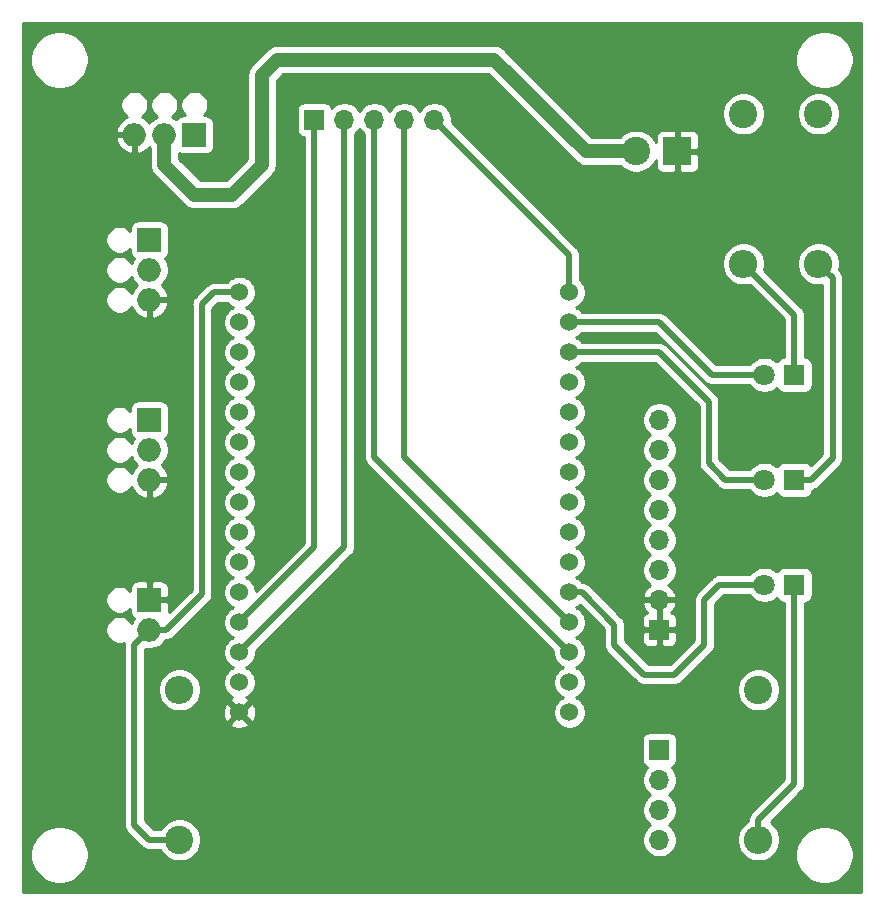
<source format=gbr>
G04 #@! TF.GenerationSoftware,KiCad,Pcbnew,(5.1.5)-3*
G04 #@! TF.CreationDate,2021-07-04T23:47:11+02:00*
G04 #@! TF.ProjectId,RGB_Treppe,5247425f-5472-4657-9070-652e6b696361,rev?*
G04 #@! TF.SameCoordinates,Original*
G04 #@! TF.FileFunction,Copper,L1,Top*
G04 #@! TF.FilePolarity,Positive*
%FSLAX46Y46*%
G04 Gerber Fmt 4.6, Leading zero omitted, Abs format (unit mm)*
G04 Created by KiCad (PCBNEW (5.1.5)-3) date 2021-07-04 23:47:11*
%MOMM*%
%LPD*%
G04 APERTURE LIST*
%ADD10C,1.800000*%
%ADD11R,1.800000X1.800000*%
%ADD12O,1.998980X1.998980*%
%ADD13R,1.998980X1.998980*%
%ADD14O,1.700000X1.700000*%
%ADD15R,1.700000X1.700000*%
%ADD16R,2.400000X2.400000*%
%ADD17C,2.400000*%
%ADD18O,2.400000X2.400000*%
%ADD19C,1.524000*%
%ADD20C,0.500000*%
%ADD21C,1.200000*%
%ADD22C,0.254000*%
G04 APERTURE END LIST*
D10*
X185420000Y-81280000D03*
D11*
X187960000Y-81280000D03*
X187960000Y-90170000D03*
D10*
X185420000Y-90170000D03*
X185420000Y-99060000D03*
D11*
X187960000Y-99060000D03*
D12*
X134620000Y-60960000D03*
D13*
X137160000Y-60960000D03*
D12*
X132080000Y-60960000D03*
X133350000Y-74930000D03*
D13*
X133350000Y-69850000D03*
D12*
X133350000Y-72390000D03*
X133350000Y-87630000D03*
D13*
X133350000Y-85090000D03*
D12*
X133350000Y-90170000D03*
D13*
X133350000Y-100330000D03*
D12*
X133350000Y-102870000D03*
D14*
X176530000Y-120650000D03*
X176530000Y-118110000D03*
X176530000Y-115570000D03*
D15*
X176530000Y-113030000D03*
D16*
X178054000Y-62357000D03*
D17*
X174554000Y-62357000D03*
D14*
X176530000Y-85090000D03*
X176530000Y-87630000D03*
X176530000Y-90170000D03*
X176530000Y-92710000D03*
X176530000Y-95250000D03*
X176530000Y-97790000D03*
X176530000Y-100330000D03*
D15*
X176530000Y-102870000D03*
D18*
X135890000Y-107950000D03*
D17*
X135890000Y-120650000D03*
X189992000Y-59182000D03*
D18*
X189992000Y-71882000D03*
D19*
X140970000Y-74295000D03*
X140970000Y-76835000D03*
X140970000Y-79375000D03*
X140970000Y-81915000D03*
X140970000Y-84455000D03*
X140970000Y-86995000D03*
X140970000Y-89535000D03*
X140970000Y-92075000D03*
X140970000Y-94615000D03*
X140970000Y-97155000D03*
X140970000Y-99695000D03*
X140970000Y-102235000D03*
X140970000Y-104775000D03*
X140970000Y-107315000D03*
X140970000Y-109855000D03*
X168910000Y-109855000D03*
X168910000Y-107315000D03*
X168910000Y-104775000D03*
X168910000Y-102235000D03*
X168910000Y-99695000D03*
X168910000Y-97155000D03*
X168910000Y-94615000D03*
X168910000Y-92075000D03*
X168910000Y-89535000D03*
X168910000Y-86995000D03*
X168910000Y-84455000D03*
X168910000Y-81915000D03*
X168910000Y-79375000D03*
X168910000Y-76835000D03*
X168910000Y-74295000D03*
D14*
X157480000Y-59690000D03*
X154940000Y-59690000D03*
X152400000Y-59690000D03*
X149860000Y-59690000D03*
D15*
X147320000Y-59690000D03*
D17*
X183642000Y-59182000D03*
D18*
X183642000Y-71882000D03*
X184912000Y-120650000D03*
D17*
X184912000Y-107950000D03*
D20*
X187960000Y-76200000D02*
X187960000Y-81280000D01*
X183642000Y-71882000D02*
X187960000Y-76200000D01*
D21*
X174554000Y-62357000D02*
X170307000Y-62357000D01*
X170307000Y-62357000D02*
X162560000Y-54610000D01*
X162560000Y-54610000D02*
X144145000Y-54610000D01*
X144145000Y-54610000D02*
X142875000Y-55880000D01*
X142875000Y-55880000D02*
X142875000Y-63500000D01*
X142875000Y-63500000D02*
X140335000Y-66040000D01*
X140335000Y-66040000D02*
X137160000Y-66040000D01*
X134620000Y-63500000D02*
X134620000Y-60960000D01*
X137160000Y-66040000D02*
X134620000Y-63500000D01*
D20*
X132080000Y-119380000D02*
X132080000Y-104140000D01*
X132080000Y-104140000D02*
X133350000Y-102870000D01*
X135890000Y-120650000D02*
X133350000Y-120650000D01*
X133350000Y-120650000D02*
X132080000Y-119380000D01*
X138811000Y-74295000D02*
X140970000Y-74295000D01*
X137795000Y-99838492D02*
X137795000Y-75311000D01*
X137795000Y-75311000D02*
X138811000Y-74295000D01*
X133350000Y-102870000D02*
X134763492Y-102870000D01*
X134763492Y-102870000D02*
X137795000Y-99838492D01*
X168910000Y-71120000D02*
X168910000Y-74295000D01*
X157480000Y-59690000D02*
X168910000Y-71120000D01*
X154940000Y-88265000D02*
X168910000Y-102235000D01*
X154940000Y-59690000D02*
X154940000Y-88265000D01*
X152400000Y-88265000D02*
X168910000Y-104775000D01*
X152400000Y-59690000D02*
X152400000Y-88265000D01*
X149860000Y-95885000D02*
X140970000Y-104775000D01*
X149860000Y-59690000D02*
X149860000Y-95885000D01*
X147320000Y-95885000D02*
X140970000Y-102235000D01*
X147320000Y-59690000D02*
X147320000Y-95885000D01*
X180975000Y-81280000D02*
X185420000Y-81280000D01*
X168910000Y-76835000D02*
X176530000Y-76835000D01*
X176530000Y-76835000D02*
X180975000Y-81280000D01*
X189360000Y-90170000D02*
X187960000Y-90170000D01*
X191191999Y-88338001D02*
X189360000Y-90170000D01*
X191191999Y-73081999D02*
X191191999Y-88338001D01*
X189992000Y-71882000D02*
X191191999Y-73081999D01*
X180721000Y-88773000D02*
X182118000Y-90170000D01*
X180721000Y-83566000D02*
X180721000Y-88773000D01*
X182118000Y-90170000D02*
X185420000Y-90170000D01*
X168910000Y-79375000D02*
X176530000Y-79375000D01*
X176530000Y-79375000D02*
X180721000Y-83566000D01*
X169987630Y-99695000D02*
X172720000Y-102427370D01*
X168910000Y-99695000D02*
X169987630Y-99695000D01*
X172720000Y-102427370D02*
X172720000Y-104140000D01*
X172720000Y-104140000D02*
X175260000Y-106680000D01*
X175260000Y-106680000D02*
X177800000Y-106680000D01*
X177800000Y-106680000D02*
X180340000Y-104140000D01*
X180340000Y-104140000D02*
X180340000Y-100330000D01*
X181610000Y-99060000D02*
X185420000Y-99060000D01*
X180340000Y-100330000D02*
X181610000Y-99060000D01*
X184912000Y-118952944D02*
X187960000Y-115904944D01*
X184912000Y-120650000D02*
X184912000Y-118952944D01*
X187960000Y-115904944D02*
X187960000Y-99060000D01*
D22*
G36*
X193625001Y-125045000D02*
G01*
X122605000Y-125045000D01*
X122605000Y-121677305D01*
X123265872Y-121677305D01*
X123265872Y-122162695D01*
X123360567Y-122638760D01*
X123546318Y-123087202D01*
X123815987Y-123490790D01*
X124159210Y-123834013D01*
X124562798Y-124103682D01*
X125011240Y-124289433D01*
X125487305Y-124384128D01*
X125972695Y-124384128D01*
X126448760Y-124289433D01*
X126897202Y-124103682D01*
X127300790Y-123834013D01*
X127644013Y-123490790D01*
X127913682Y-123087202D01*
X128099433Y-122638760D01*
X128194128Y-122162695D01*
X128194128Y-121677305D01*
X128099433Y-121201240D01*
X127913682Y-120752798D01*
X127644013Y-120349210D01*
X127300790Y-120005987D01*
X126897202Y-119736318D01*
X126448760Y-119550567D01*
X125972695Y-119455872D01*
X125487305Y-119455872D01*
X125011240Y-119550567D01*
X124562798Y-119736318D01*
X124159210Y-120005987D01*
X123815987Y-120349210D01*
X123546318Y-120752798D01*
X123360567Y-121201240D01*
X123265872Y-121677305D01*
X122605000Y-121677305D01*
X122605000Y-100213288D01*
X129625000Y-100213288D01*
X129625000Y-100446712D01*
X129670539Y-100675652D01*
X129759866Y-100891308D01*
X129889550Y-101085394D01*
X130054606Y-101250450D01*
X130248692Y-101380134D01*
X130464348Y-101469461D01*
X130693288Y-101515000D01*
X130926712Y-101515000D01*
X131155652Y-101469461D01*
X131371308Y-101380134D01*
X131565394Y-101250450D01*
X131713415Y-101102429D01*
X131712438Y-101329490D01*
X131724698Y-101453972D01*
X131761008Y-101573670D01*
X131819973Y-101683984D01*
X131899325Y-101780675D01*
X131996016Y-101860027D01*
X132042467Y-101884856D01*
X131901533Y-102095778D01*
X131831248Y-102265461D01*
X131730450Y-102114606D01*
X131565394Y-101949550D01*
X131371308Y-101819866D01*
X131155652Y-101730539D01*
X130926712Y-101685000D01*
X130693288Y-101685000D01*
X130464348Y-101730539D01*
X130248692Y-101819866D01*
X130054606Y-101949550D01*
X129889550Y-102114606D01*
X129759866Y-102308692D01*
X129670539Y-102524348D01*
X129625000Y-102753288D01*
X129625000Y-102986712D01*
X129670539Y-103215652D01*
X129759866Y-103431308D01*
X129889550Y-103625394D01*
X130054606Y-103790450D01*
X130248692Y-103920134D01*
X130464348Y-104009461D01*
X130693288Y-104055000D01*
X130926712Y-104055000D01*
X131155652Y-104009461D01*
X131205613Y-103988767D01*
X131190719Y-104140000D01*
X131195001Y-104183476D01*
X131195000Y-119336531D01*
X131190719Y-119380000D01*
X131195000Y-119423469D01*
X131195000Y-119423476D01*
X131207805Y-119553489D01*
X131258411Y-119720312D01*
X131340589Y-119874058D01*
X131451183Y-120008817D01*
X131484956Y-120036534D01*
X132693470Y-121245049D01*
X132721183Y-121278817D01*
X132754951Y-121306530D01*
X132754953Y-121306532D01*
X132812075Y-121353411D01*
X132855941Y-121389411D01*
X133009687Y-121471589D01*
X133176510Y-121522195D01*
X133306523Y-121535000D01*
X133306533Y-121535000D01*
X133349999Y-121539281D01*
X133393465Y-121535000D01*
X134274402Y-121535000D01*
X134464662Y-121819744D01*
X134720256Y-122075338D01*
X135020801Y-122276156D01*
X135354750Y-122414482D01*
X135709268Y-122485000D01*
X136070732Y-122485000D01*
X136425250Y-122414482D01*
X136759199Y-122276156D01*
X137059744Y-122075338D01*
X137315338Y-121819744D01*
X137516156Y-121519199D01*
X137654482Y-121185250D01*
X137725000Y-120830732D01*
X137725000Y-120469268D01*
X137654482Y-120114750D01*
X137516156Y-119780801D01*
X137315338Y-119480256D01*
X137059744Y-119224662D01*
X136759199Y-119023844D01*
X136425250Y-118885518D01*
X136070732Y-118815000D01*
X135709268Y-118815000D01*
X135354750Y-118885518D01*
X135020801Y-119023844D01*
X134720256Y-119224662D01*
X134464662Y-119480256D01*
X134274402Y-119765000D01*
X133716579Y-119765000D01*
X132965000Y-119013422D01*
X132965000Y-112180000D01*
X175041928Y-112180000D01*
X175041928Y-113880000D01*
X175054188Y-114004482D01*
X175090498Y-114124180D01*
X175149463Y-114234494D01*
X175228815Y-114331185D01*
X175325506Y-114410537D01*
X175435820Y-114469502D01*
X175508380Y-114491513D01*
X175376525Y-114623368D01*
X175214010Y-114866589D01*
X175102068Y-115136842D01*
X175045000Y-115423740D01*
X175045000Y-115716260D01*
X175102068Y-116003158D01*
X175214010Y-116273411D01*
X175376525Y-116516632D01*
X175583368Y-116723475D01*
X175757760Y-116840000D01*
X175583368Y-116956525D01*
X175376525Y-117163368D01*
X175214010Y-117406589D01*
X175102068Y-117676842D01*
X175045000Y-117963740D01*
X175045000Y-118256260D01*
X175102068Y-118543158D01*
X175214010Y-118813411D01*
X175376525Y-119056632D01*
X175583368Y-119263475D01*
X175757760Y-119380000D01*
X175583368Y-119496525D01*
X175376525Y-119703368D01*
X175214010Y-119946589D01*
X175102068Y-120216842D01*
X175045000Y-120503740D01*
X175045000Y-120796260D01*
X175102068Y-121083158D01*
X175214010Y-121353411D01*
X175376525Y-121596632D01*
X175583368Y-121803475D01*
X175826589Y-121965990D01*
X176096842Y-122077932D01*
X176383740Y-122135000D01*
X176676260Y-122135000D01*
X176963158Y-122077932D01*
X177233411Y-121965990D01*
X177476632Y-121803475D01*
X177683475Y-121596632D01*
X177845990Y-121353411D01*
X177957932Y-121083158D01*
X178015000Y-120796260D01*
X178015000Y-120503740D01*
X177957932Y-120216842D01*
X177845990Y-119946589D01*
X177683475Y-119703368D01*
X177476632Y-119496525D01*
X177302240Y-119380000D01*
X177476632Y-119263475D01*
X177683475Y-119056632D01*
X177845990Y-118813411D01*
X177957932Y-118543158D01*
X178015000Y-118256260D01*
X178015000Y-117963740D01*
X177957932Y-117676842D01*
X177845990Y-117406589D01*
X177683475Y-117163368D01*
X177476632Y-116956525D01*
X177302240Y-116840000D01*
X177476632Y-116723475D01*
X177683475Y-116516632D01*
X177845990Y-116273411D01*
X177957932Y-116003158D01*
X178015000Y-115716260D01*
X178015000Y-115423740D01*
X177957932Y-115136842D01*
X177845990Y-114866589D01*
X177683475Y-114623368D01*
X177551620Y-114491513D01*
X177624180Y-114469502D01*
X177734494Y-114410537D01*
X177831185Y-114331185D01*
X177910537Y-114234494D01*
X177969502Y-114124180D01*
X178005812Y-114004482D01*
X178018072Y-113880000D01*
X178018072Y-112180000D01*
X178005812Y-112055518D01*
X177969502Y-111935820D01*
X177910537Y-111825506D01*
X177831185Y-111728815D01*
X177734494Y-111649463D01*
X177624180Y-111590498D01*
X177504482Y-111554188D01*
X177380000Y-111541928D01*
X175680000Y-111541928D01*
X175555518Y-111554188D01*
X175435820Y-111590498D01*
X175325506Y-111649463D01*
X175228815Y-111728815D01*
X175149463Y-111825506D01*
X175090498Y-111935820D01*
X175054188Y-112055518D01*
X175041928Y-112180000D01*
X132965000Y-112180000D01*
X132965000Y-110820565D01*
X140184040Y-110820565D01*
X140251020Y-111060656D01*
X140500048Y-111177756D01*
X140767135Y-111244023D01*
X141042017Y-111256910D01*
X141314133Y-111215922D01*
X141573023Y-111122636D01*
X141688980Y-111060656D01*
X141755960Y-110820565D01*
X140970000Y-110034605D01*
X140184040Y-110820565D01*
X132965000Y-110820565D01*
X132965000Y-109927017D01*
X139568090Y-109927017D01*
X139609078Y-110199133D01*
X139702364Y-110458023D01*
X139764344Y-110573980D01*
X140004435Y-110640960D01*
X140790395Y-109855000D01*
X141149605Y-109855000D01*
X141935565Y-110640960D01*
X142175656Y-110573980D01*
X142292756Y-110324952D01*
X142359023Y-110057865D01*
X142371910Y-109782983D01*
X142330922Y-109510867D01*
X142237636Y-109251977D01*
X142175656Y-109136020D01*
X141935565Y-109069040D01*
X141149605Y-109855000D01*
X140790395Y-109855000D01*
X140004435Y-109069040D01*
X139764344Y-109136020D01*
X139647244Y-109385048D01*
X139580977Y-109652135D01*
X139568090Y-109927017D01*
X132965000Y-109927017D01*
X132965000Y-107769268D01*
X134055000Y-107769268D01*
X134055000Y-108130732D01*
X134125518Y-108485250D01*
X134263844Y-108819199D01*
X134464662Y-109119744D01*
X134720256Y-109375338D01*
X135020801Y-109576156D01*
X135354750Y-109714482D01*
X135709268Y-109785000D01*
X136070732Y-109785000D01*
X136425250Y-109714482D01*
X136759199Y-109576156D01*
X137059744Y-109375338D01*
X137315338Y-109119744D01*
X137516156Y-108819199D01*
X137654482Y-108485250D01*
X137725000Y-108130732D01*
X137725000Y-107769268D01*
X137654482Y-107414750D01*
X137516156Y-107080801D01*
X137315338Y-106780256D01*
X137059744Y-106524662D01*
X136759199Y-106323844D01*
X136425250Y-106185518D01*
X136070732Y-106115000D01*
X135709268Y-106115000D01*
X135354750Y-106185518D01*
X135020801Y-106323844D01*
X134720256Y-106524662D01*
X134464662Y-106780256D01*
X134263844Y-107080801D01*
X134125518Y-107414750D01*
X134055000Y-107769268D01*
X132965000Y-107769268D01*
X132965000Y-104506578D01*
X133003908Y-104467670D01*
X133189017Y-104504490D01*
X133510983Y-104504490D01*
X133826763Y-104441678D01*
X134124222Y-104318467D01*
X134391927Y-104139592D01*
X134619592Y-103911927D01*
X134724174Y-103755409D01*
X134763492Y-103759281D01*
X134806961Y-103755000D01*
X134806969Y-103755000D01*
X134936982Y-103742195D01*
X135103805Y-103691589D01*
X135257551Y-103609411D01*
X135392309Y-103498817D01*
X135420026Y-103465044D01*
X138390050Y-100495021D01*
X138423817Y-100467309D01*
X138462398Y-100420299D01*
X138534411Y-100332551D01*
X138577299Y-100252312D01*
X138616589Y-100178805D01*
X138667195Y-100011982D01*
X138680000Y-99881969D01*
X138680000Y-99881961D01*
X138684281Y-99838492D01*
X138680000Y-99795023D01*
X138680000Y-75677578D01*
X139177579Y-75180000D01*
X139881182Y-75180000D01*
X139884880Y-75185535D01*
X140079465Y-75380120D01*
X140308273Y-75533005D01*
X140385515Y-75565000D01*
X140308273Y-75596995D01*
X140079465Y-75749880D01*
X139884880Y-75944465D01*
X139731995Y-76173273D01*
X139626686Y-76427510D01*
X139573000Y-76697408D01*
X139573000Y-76972592D01*
X139626686Y-77242490D01*
X139731995Y-77496727D01*
X139884880Y-77725535D01*
X140079465Y-77920120D01*
X140308273Y-78073005D01*
X140385515Y-78105000D01*
X140308273Y-78136995D01*
X140079465Y-78289880D01*
X139884880Y-78484465D01*
X139731995Y-78713273D01*
X139626686Y-78967510D01*
X139573000Y-79237408D01*
X139573000Y-79512592D01*
X139626686Y-79782490D01*
X139731995Y-80036727D01*
X139884880Y-80265535D01*
X140079465Y-80460120D01*
X140308273Y-80613005D01*
X140385515Y-80645000D01*
X140308273Y-80676995D01*
X140079465Y-80829880D01*
X139884880Y-81024465D01*
X139731995Y-81253273D01*
X139626686Y-81507510D01*
X139573000Y-81777408D01*
X139573000Y-82052592D01*
X139626686Y-82322490D01*
X139731995Y-82576727D01*
X139884880Y-82805535D01*
X140079465Y-83000120D01*
X140308273Y-83153005D01*
X140385515Y-83185000D01*
X140308273Y-83216995D01*
X140079465Y-83369880D01*
X139884880Y-83564465D01*
X139731995Y-83793273D01*
X139626686Y-84047510D01*
X139573000Y-84317408D01*
X139573000Y-84592592D01*
X139626686Y-84862490D01*
X139731995Y-85116727D01*
X139884880Y-85345535D01*
X140079465Y-85540120D01*
X140308273Y-85693005D01*
X140385515Y-85725000D01*
X140308273Y-85756995D01*
X140079465Y-85909880D01*
X139884880Y-86104465D01*
X139731995Y-86333273D01*
X139626686Y-86587510D01*
X139573000Y-86857408D01*
X139573000Y-87132592D01*
X139626686Y-87402490D01*
X139731995Y-87656727D01*
X139884880Y-87885535D01*
X140079465Y-88080120D01*
X140308273Y-88233005D01*
X140385515Y-88265000D01*
X140308273Y-88296995D01*
X140079465Y-88449880D01*
X139884880Y-88644465D01*
X139731995Y-88873273D01*
X139626686Y-89127510D01*
X139573000Y-89397408D01*
X139573000Y-89672592D01*
X139626686Y-89942490D01*
X139731995Y-90196727D01*
X139884880Y-90425535D01*
X140079465Y-90620120D01*
X140308273Y-90773005D01*
X140385515Y-90805000D01*
X140308273Y-90836995D01*
X140079465Y-90989880D01*
X139884880Y-91184465D01*
X139731995Y-91413273D01*
X139626686Y-91667510D01*
X139573000Y-91937408D01*
X139573000Y-92212592D01*
X139626686Y-92482490D01*
X139731995Y-92736727D01*
X139884880Y-92965535D01*
X140079465Y-93160120D01*
X140308273Y-93313005D01*
X140385515Y-93345000D01*
X140308273Y-93376995D01*
X140079465Y-93529880D01*
X139884880Y-93724465D01*
X139731995Y-93953273D01*
X139626686Y-94207510D01*
X139573000Y-94477408D01*
X139573000Y-94752592D01*
X139626686Y-95022490D01*
X139731995Y-95276727D01*
X139884880Y-95505535D01*
X140079465Y-95700120D01*
X140308273Y-95853005D01*
X140385515Y-95885000D01*
X140308273Y-95916995D01*
X140079465Y-96069880D01*
X139884880Y-96264465D01*
X139731995Y-96493273D01*
X139626686Y-96747510D01*
X139573000Y-97017408D01*
X139573000Y-97292592D01*
X139626686Y-97562490D01*
X139731995Y-97816727D01*
X139884880Y-98045535D01*
X140079465Y-98240120D01*
X140308273Y-98393005D01*
X140385515Y-98425000D01*
X140308273Y-98456995D01*
X140079465Y-98609880D01*
X139884880Y-98804465D01*
X139731995Y-99033273D01*
X139626686Y-99287510D01*
X139573000Y-99557408D01*
X139573000Y-99832592D01*
X139626686Y-100102490D01*
X139731995Y-100356727D01*
X139884880Y-100585535D01*
X140079465Y-100780120D01*
X140308273Y-100933005D01*
X140385515Y-100965000D01*
X140308273Y-100996995D01*
X140079465Y-101149880D01*
X139884880Y-101344465D01*
X139731995Y-101573273D01*
X139626686Y-101827510D01*
X139573000Y-102097408D01*
X139573000Y-102372592D01*
X139626686Y-102642490D01*
X139731995Y-102896727D01*
X139884880Y-103125535D01*
X140079465Y-103320120D01*
X140308273Y-103473005D01*
X140385515Y-103505000D01*
X140308273Y-103536995D01*
X140079465Y-103689880D01*
X139884880Y-103884465D01*
X139731995Y-104113273D01*
X139626686Y-104367510D01*
X139573000Y-104637408D01*
X139573000Y-104912592D01*
X139626686Y-105182490D01*
X139731995Y-105436727D01*
X139884880Y-105665535D01*
X140079465Y-105860120D01*
X140308273Y-106013005D01*
X140385515Y-106045000D01*
X140308273Y-106076995D01*
X140079465Y-106229880D01*
X139884880Y-106424465D01*
X139731995Y-106653273D01*
X139626686Y-106907510D01*
X139573000Y-107177408D01*
X139573000Y-107452592D01*
X139626686Y-107722490D01*
X139731995Y-107976727D01*
X139884880Y-108205535D01*
X140079465Y-108400120D01*
X140308273Y-108553005D01*
X140379943Y-108582692D01*
X140366977Y-108587364D01*
X140251020Y-108649344D01*
X140184040Y-108889435D01*
X140970000Y-109675395D01*
X141755960Y-108889435D01*
X141688980Y-108649344D01*
X141553240Y-108585515D01*
X141631727Y-108553005D01*
X141860535Y-108400120D01*
X142055120Y-108205535D01*
X142208005Y-107976727D01*
X142313314Y-107722490D01*
X142367000Y-107452592D01*
X142367000Y-107177408D01*
X142313314Y-106907510D01*
X142208005Y-106653273D01*
X142055120Y-106424465D01*
X141860535Y-106229880D01*
X141631727Y-106076995D01*
X141554485Y-106045000D01*
X141631727Y-106013005D01*
X141860535Y-105860120D01*
X142055120Y-105665535D01*
X142208005Y-105436727D01*
X142313314Y-105182490D01*
X142367000Y-104912592D01*
X142367000Y-104637408D01*
X142365701Y-104630877D01*
X150455049Y-96541530D01*
X150488817Y-96513817D01*
X150599411Y-96379059D01*
X150660662Y-96264465D01*
X150681589Y-96225314D01*
X150732195Y-96058490D01*
X150742544Y-95953411D01*
X150745000Y-95928477D01*
X150745000Y-95928469D01*
X150749281Y-95885000D01*
X150745000Y-95841531D01*
X150745000Y-60884656D01*
X150806632Y-60843475D01*
X151013475Y-60636632D01*
X151130000Y-60462240D01*
X151246525Y-60636632D01*
X151453368Y-60843475D01*
X151515000Y-60884656D01*
X151515001Y-88221521D01*
X151510719Y-88265000D01*
X151527805Y-88438490D01*
X151578412Y-88605313D01*
X151660590Y-88759059D01*
X151743468Y-88860046D01*
X151743471Y-88860049D01*
X151771184Y-88893817D01*
X151804952Y-88921530D01*
X167514299Y-104630878D01*
X167513000Y-104637408D01*
X167513000Y-104912592D01*
X167566686Y-105182490D01*
X167671995Y-105436727D01*
X167824880Y-105665535D01*
X168019465Y-105860120D01*
X168248273Y-106013005D01*
X168325515Y-106045000D01*
X168248273Y-106076995D01*
X168019465Y-106229880D01*
X167824880Y-106424465D01*
X167671995Y-106653273D01*
X167566686Y-106907510D01*
X167513000Y-107177408D01*
X167513000Y-107452592D01*
X167566686Y-107722490D01*
X167671995Y-107976727D01*
X167824880Y-108205535D01*
X168019465Y-108400120D01*
X168248273Y-108553005D01*
X168325515Y-108585000D01*
X168248273Y-108616995D01*
X168019465Y-108769880D01*
X167824880Y-108964465D01*
X167671995Y-109193273D01*
X167566686Y-109447510D01*
X167513000Y-109717408D01*
X167513000Y-109992592D01*
X167566686Y-110262490D01*
X167671995Y-110516727D01*
X167824880Y-110745535D01*
X168019465Y-110940120D01*
X168248273Y-111093005D01*
X168502510Y-111198314D01*
X168772408Y-111252000D01*
X169047592Y-111252000D01*
X169317490Y-111198314D01*
X169571727Y-111093005D01*
X169800535Y-110940120D01*
X169995120Y-110745535D01*
X170148005Y-110516727D01*
X170253314Y-110262490D01*
X170307000Y-109992592D01*
X170307000Y-109717408D01*
X170253314Y-109447510D01*
X170148005Y-109193273D01*
X169995120Y-108964465D01*
X169800535Y-108769880D01*
X169571727Y-108616995D01*
X169494485Y-108585000D01*
X169571727Y-108553005D01*
X169800535Y-108400120D01*
X169995120Y-108205535D01*
X170148005Y-107976727D01*
X170233937Y-107769268D01*
X183077000Y-107769268D01*
X183077000Y-108130732D01*
X183147518Y-108485250D01*
X183285844Y-108819199D01*
X183486662Y-109119744D01*
X183742256Y-109375338D01*
X184042801Y-109576156D01*
X184376750Y-109714482D01*
X184731268Y-109785000D01*
X185092732Y-109785000D01*
X185447250Y-109714482D01*
X185781199Y-109576156D01*
X186081744Y-109375338D01*
X186337338Y-109119744D01*
X186538156Y-108819199D01*
X186676482Y-108485250D01*
X186747000Y-108130732D01*
X186747000Y-107769268D01*
X186676482Y-107414750D01*
X186538156Y-107080801D01*
X186337338Y-106780256D01*
X186081744Y-106524662D01*
X185781199Y-106323844D01*
X185447250Y-106185518D01*
X185092732Y-106115000D01*
X184731268Y-106115000D01*
X184376750Y-106185518D01*
X184042801Y-106323844D01*
X183742256Y-106524662D01*
X183486662Y-106780256D01*
X183285844Y-107080801D01*
X183147518Y-107414750D01*
X183077000Y-107769268D01*
X170233937Y-107769268D01*
X170253314Y-107722490D01*
X170307000Y-107452592D01*
X170307000Y-107177408D01*
X170253314Y-106907510D01*
X170148005Y-106653273D01*
X169995120Y-106424465D01*
X169800535Y-106229880D01*
X169571727Y-106076995D01*
X169494485Y-106045000D01*
X169571727Y-106013005D01*
X169800535Y-105860120D01*
X169995120Y-105665535D01*
X170148005Y-105436727D01*
X170253314Y-105182490D01*
X170307000Y-104912592D01*
X170307000Y-104637408D01*
X170253314Y-104367510D01*
X170148005Y-104113273D01*
X169995120Y-103884465D01*
X169800535Y-103689880D01*
X169571727Y-103536995D01*
X169494485Y-103505000D01*
X169571727Y-103473005D01*
X169800535Y-103320120D01*
X169995120Y-103125535D01*
X170148005Y-102896727D01*
X170253314Y-102642490D01*
X170307000Y-102372592D01*
X170307000Y-102097408D01*
X170253314Y-101827510D01*
X170148005Y-101573273D01*
X169995120Y-101344465D01*
X169800535Y-101149880D01*
X169571727Y-100996995D01*
X169494485Y-100965000D01*
X169571727Y-100933005D01*
X169800535Y-100780120D01*
X169810853Y-100769802D01*
X171835000Y-102793949D01*
X171835001Y-104096521D01*
X171830719Y-104140000D01*
X171847805Y-104313490D01*
X171898412Y-104480313D01*
X171980590Y-104634059D01*
X172063468Y-104735046D01*
X172063469Y-104735047D01*
X172091184Y-104768817D01*
X172124951Y-104796529D01*
X174603470Y-107275049D01*
X174631183Y-107308817D01*
X174664951Y-107336530D01*
X174664953Y-107336532D01*
X174736452Y-107395210D01*
X174765941Y-107419411D01*
X174919687Y-107501589D01*
X175086510Y-107552195D01*
X175216523Y-107565000D01*
X175216533Y-107565000D01*
X175259999Y-107569281D01*
X175303465Y-107565000D01*
X177756531Y-107565000D01*
X177800000Y-107569281D01*
X177843469Y-107565000D01*
X177843477Y-107565000D01*
X177973490Y-107552195D01*
X178140313Y-107501589D01*
X178294059Y-107419411D01*
X178428817Y-107308817D01*
X178456534Y-107275044D01*
X180935050Y-104796529D01*
X180968817Y-104768817D01*
X180996533Y-104735046D01*
X181055210Y-104663548D01*
X181079411Y-104634059D01*
X181161589Y-104480313D01*
X181212195Y-104313490D01*
X181225000Y-104183477D01*
X181225000Y-104183467D01*
X181229281Y-104140001D01*
X181225000Y-104096535D01*
X181225000Y-100696578D01*
X181976579Y-99945000D01*
X184165210Y-99945000D01*
X184227688Y-100038505D01*
X184441495Y-100252312D01*
X184692905Y-100420299D01*
X184972257Y-100536011D01*
X185268816Y-100595000D01*
X185571184Y-100595000D01*
X185867743Y-100536011D01*
X186147095Y-100420299D01*
X186398505Y-100252312D01*
X186464944Y-100185873D01*
X186470498Y-100204180D01*
X186529463Y-100314494D01*
X186608815Y-100411185D01*
X186705506Y-100490537D01*
X186815820Y-100549502D01*
X186935518Y-100585812D01*
X187060000Y-100598072D01*
X187075001Y-100598072D01*
X187075000Y-115538365D01*
X184316951Y-118296415D01*
X184283184Y-118324127D01*
X184255471Y-118357895D01*
X184255468Y-118357898D01*
X184172590Y-118458885D01*
X184090412Y-118612631D01*
X184039805Y-118779454D01*
X184022719Y-118952944D01*
X184027001Y-118996423D01*
X184027001Y-119034401D01*
X183742256Y-119224662D01*
X183486662Y-119480256D01*
X183285844Y-119780801D01*
X183147518Y-120114750D01*
X183077000Y-120469268D01*
X183077000Y-120830732D01*
X183147518Y-121185250D01*
X183285844Y-121519199D01*
X183486662Y-121819744D01*
X183742256Y-122075338D01*
X184042801Y-122276156D01*
X184376750Y-122414482D01*
X184731268Y-122485000D01*
X185092732Y-122485000D01*
X185447250Y-122414482D01*
X185781199Y-122276156D01*
X186081744Y-122075338D01*
X186337338Y-121819744D01*
X186432512Y-121677305D01*
X188035872Y-121677305D01*
X188035872Y-122162695D01*
X188130567Y-122638760D01*
X188316318Y-123087202D01*
X188585987Y-123490790D01*
X188929210Y-123834013D01*
X189332798Y-124103682D01*
X189781240Y-124289433D01*
X190257305Y-124384128D01*
X190742695Y-124384128D01*
X191218760Y-124289433D01*
X191667202Y-124103682D01*
X192070790Y-123834013D01*
X192414013Y-123490790D01*
X192683682Y-123087202D01*
X192869433Y-122638760D01*
X192964128Y-122162695D01*
X192964128Y-121677305D01*
X192869433Y-121201240D01*
X192683682Y-120752798D01*
X192414013Y-120349210D01*
X192070790Y-120005987D01*
X191667202Y-119736318D01*
X191218760Y-119550567D01*
X190742695Y-119455872D01*
X190257305Y-119455872D01*
X189781240Y-119550567D01*
X189332798Y-119736318D01*
X188929210Y-120005987D01*
X188585987Y-120349210D01*
X188316318Y-120752798D01*
X188130567Y-121201240D01*
X188035872Y-121677305D01*
X186432512Y-121677305D01*
X186538156Y-121519199D01*
X186676482Y-121185250D01*
X186747000Y-120830732D01*
X186747000Y-120469268D01*
X186676482Y-120114750D01*
X186538156Y-119780801D01*
X186337338Y-119480256D01*
X186081744Y-119224662D01*
X185967917Y-119148605D01*
X188555050Y-116561473D01*
X188588817Y-116533761D01*
X188699411Y-116399003D01*
X188781589Y-116245257D01*
X188832195Y-116078434D01*
X188845000Y-115948421D01*
X188845000Y-115948413D01*
X188849281Y-115904944D01*
X188845000Y-115861475D01*
X188845000Y-100598072D01*
X188860000Y-100598072D01*
X188984482Y-100585812D01*
X189104180Y-100549502D01*
X189214494Y-100490537D01*
X189311185Y-100411185D01*
X189390537Y-100314494D01*
X189449502Y-100204180D01*
X189485812Y-100084482D01*
X189498072Y-99960000D01*
X189498072Y-98160000D01*
X189485812Y-98035518D01*
X189449502Y-97915820D01*
X189390537Y-97805506D01*
X189311185Y-97708815D01*
X189214494Y-97629463D01*
X189104180Y-97570498D01*
X188984482Y-97534188D01*
X188860000Y-97521928D01*
X187060000Y-97521928D01*
X186935518Y-97534188D01*
X186815820Y-97570498D01*
X186705506Y-97629463D01*
X186608815Y-97708815D01*
X186529463Y-97805506D01*
X186470498Y-97915820D01*
X186464944Y-97934127D01*
X186398505Y-97867688D01*
X186147095Y-97699701D01*
X185867743Y-97583989D01*
X185571184Y-97525000D01*
X185268816Y-97525000D01*
X184972257Y-97583989D01*
X184692905Y-97699701D01*
X184441495Y-97867688D01*
X184227688Y-98081495D01*
X184165210Y-98175000D01*
X181653465Y-98175000D01*
X181609999Y-98170719D01*
X181566533Y-98175000D01*
X181566523Y-98175000D01*
X181436510Y-98187805D01*
X181269687Y-98238411D01*
X181115941Y-98320589D01*
X181115939Y-98320590D01*
X181115940Y-98320590D01*
X181014953Y-98403468D01*
X181014951Y-98403470D01*
X180981183Y-98431183D01*
X180953470Y-98464951D01*
X179744951Y-99673471D01*
X179711184Y-99701183D01*
X179683471Y-99734951D01*
X179683468Y-99734954D01*
X179600590Y-99835941D01*
X179518412Y-99989687D01*
X179467805Y-100156510D01*
X179450719Y-100330000D01*
X179455001Y-100373479D01*
X179455000Y-103773421D01*
X177433422Y-105795000D01*
X175626579Y-105795000D01*
X173605000Y-103773422D01*
X173605000Y-103720000D01*
X175041928Y-103720000D01*
X175054188Y-103844482D01*
X175090498Y-103964180D01*
X175149463Y-104074494D01*
X175228815Y-104171185D01*
X175325506Y-104250537D01*
X175435820Y-104309502D01*
X175555518Y-104345812D01*
X175680000Y-104358072D01*
X176244250Y-104355000D01*
X176403000Y-104196250D01*
X176403000Y-102997000D01*
X176657000Y-102997000D01*
X176657000Y-104196250D01*
X176815750Y-104355000D01*
X177380000Y-104358072D01*
X177504482Y-104345812D01*
X177624180Y-104309502D01*
X177734494Y-104250537D01*
X177831185Y-104171185D01*
X177910537Y-104074494D01*
X177969502Y-103964180D01*
X178005812Y-103844482D01*
X178018072Y-103720000D01*
X178015000Y-103155750D01*
X177856250Y-102997000D01*
X176657000Y-102997000D01*
X176403000Y-102997000D01*
X175203750Y-102997000D01*
X175045000Y-103155750D01*
X175041928Y-103720000D01*
X173605000Y-103720000D01*
X173605000Y-102470839D01*
X173609281Y-102427370D01*
X173605000Y-102383901D01*
X173605000Y-102383893D01*
X173592195Y-102253880D01*
X173541589Y-102087057D01*
X173505747Y-102020000D01*
X175041928Y-102020000D01*
X175045000Y-102584250D01*
X175203750Y-102743000D01*
X176403000Y-102743000D01*
X176403000Y-100457000D01*
X176657000Y-100457000D01*
X176657000Y-102743000D01*
X177856250Y-102743000D01*
X178015000Y-102584250D01*
X178018072Y-102020000D01*
X178005812Y-101895518D01*
X177969502Y-101775820D01*
X177910537Y-101665506D01*
X177831185Y-101568815D01*
X177734494Y-101489463D01*
X177624180Y-101430498D01*
X177543534Y-101406034D01*
X177627588Y-101330269D01*
X177801641Y-101096920D01*
X177926825Y-100834099D01*
X177971476Y-100686890D01*
X177850155Y-100457000D01*
X176657000Y-100457000D01*
X176403000Y-100457000D01*
X175209845Y-100457000D01*
X175088524Y-100686890D01*
X175133175Y-100834099D01*
X175258359Y-101096920D01*
X175432412Y-101330269D01*
X175516466Y-101406034D01*
X175435820Y-101430498D01*
X175325506Y-101489463D01*
X175228815Y-101568815D01*
X175149463Y-101665506D01*
X175090498Y-101775820D01*
X175054188Y-101895518D01*
X175041928Y-102020000D01*
X173505747Y-102020000D01*
X173459411Y-101933311D01*
X173348817Y-101798553D01*
X173315050Y-101770841D01*
X170644164Y-99099956D01*
X170616447Y-99066183D01*
X170481689Y-98955589D01*
X170327943Y-98873411D01*
X170161120Y-98822805D01*
X170031107Y-98810000D01*
X170031099Y-98810000D01*
X169996545Y-98806597D01*
X169995120Y-98804465D01*
X169800535Y-98609880D01*
X169571727Y-98456995D01*
X169494485Y-98425000D01*
X169571727Y-98393005D01*
X169800535Y-98240120D01*
X169995120Y-98045535D01*
X170148005Y-97816727D01*
X170253314Y-97562490D01*
X170307000Y-97292592D01*
X170307000Y-97017408D01*
X170253314Y-96747510D01*
X170148005Y-96493273D01*
X169995120Y-96264465D01*
X169800535Y-96069880D01*
X169571727Y-95916995D01*
X169494485Y-95885000D01*
X169571727Y-95853005D01*
X169800535Y-95700120D01*
X169995120Y-95505535D01*
X170148005Y-95276727D01*
X170253314Y-95022490D01*
X170307000Y-94752592D01*
X170307000Y-94477408D01*
X170253314Y-94207510D01*
X170148005Y-93953273D01*
X169995120Y-93724465D01*
X169800535Y-93529880D01*
X169571727Y-93376995D01*
X169494485Y-93345000D01*
X169571727Y-93313005D01*
X169800535Y-93160120D01*
X169995120Y-92965535D01*
X170148005Y-92736727D01*
X170253314Y-92482490D01*
X170307000Y-92212592D01*
X170307000Y-91937408D01*
X170253314Y-91667510D01*
X170148005Y-91413273D01*
X169995120Y-91184465D01*
X169800535Y-90989880D01*
X169571727Y-90836995D01*
X169494485Y-90805000D01*
X169571727Y-90773005D01*
X169800535Y-90620120D01*
X169995120Y-90425535D01*
X170148005Y-90196727D01*
X170253314Y-89942490D01*
X170307000Y-89672592D01*
X170307000Y-89397408D01*
X170253314Y-89127510D01*
X170148005Y-88873273D01*
X169995120Y-88644465D01*
X169800535Y-88449880D01*
X169571727Y-88296995D01*
X169494485Y-88265000D01*
X169571727Y-88233005D01*
X169800535Y-88080120D01*
X169995120Y-87885535D01*
X170148005Y-87656727D01*
X170253314Y-87402490D01*
X170307000Y-87132592D01*
X170307000Y-86857408D01*
X170253314Y-86587510D01*
X170148005Y-86333273D01*
X169995120Y-86104465D01*
X169800535Y-85909880D01*
X169571727Y-85756995D01*
X169494485Y-85725000D01*
X169571727Y-85693005D01*
X169800535Y-85540120D01*
X169995120Y-85345535D01*
X170148005Y-85116727D01*
X170219658Y-84943740D01*
X175045000Y-84943740D01*
X175045000Y-85236260D01*
X175102068Y-85523158D01*
X175214010Y-85793411D01*
X175376525Y-86036632D01*
X175583368Y-86243475D01*
X175757760Y-86360000D01*
X175583368Y-86476525D01*
X175376525Y-86683368D01*
X175214010Y-86926589D01*
X175102068Y-87196842D01*
X175045000Y-87483740D01*
X175045000Y-87776260D01*
X175102068Y-88063158D01*
X175214010Y-88333411D01*
X175376525Y-88576632D01*
X175583368Y-88783475D01*
X175757760Y-88900000D01*
X175583368Y-89016525D01*
X175376525Y-89223368D01*
X175214010Y-89466589D01*
X175102068Y-89736842D01*
X175045000Y-90023740D01*
X175045000Y-90316260D01*
X175102068Y-90603158D01*
X175214010Y-90873411D01*
X175376525Y-91116632D01*
X175583368Y-91323475D01*
X175757760Y-91440000D01*
X175583368Y-91556525D01*
X175376525Y-91763368D01*
X175214010Y-92006589D01*
X175102068Y-92276842D01*
X175045000Y-92563740D01*
X175045000Y-92856260D01*
X175102068Y-93143158D01*
X175214010Y-93413411D01*
X175376525Y-93656632D01*
X175583368Y-93863475D01*
X175757760Y-93980000D01*
X175583368Y-94096525D01*
X175376525Y-94303368D01*
X175214010Y-94546589D01*
X175102068Y-94816842D01*
X175045000Y-95103740D01*
X175045000Y-95396260D01*
X175102068Y-95683158D01*
X175214010Y-95953411D01*
X175376525Y-96196632D01*
X175583368Y-96403475D01*
X175757760Y-96520000D01*
X175583368Y-96636525D01*
X175376525Y-96843368D01*
X175214010Y-97086589D01*
X175102068Y-97356842D01*
X175045000Y-97643740D01*
X175045000Y-97936260D01*
X175102068Y-98223158D01*
X175214010Y-98493411D01*
X175376525Y-98736632D01*
X175583368Y-98943475D01*
X175765534Y-99065195D01*
X175648645Y-99134822D01*
X175432412Y-99329731D01*
X175258359Y-99563080D01*
X175133175Y-99825901D01*
X175088524Y-99973110D01*
X175209845Y-100203000D01*
X176403000Y-100203000D01*
X176403000Y-100183000D01*
X176657000Y-100183000D01*
X176657000Y-100203000D01*
X177850155Y-100203000D01*
X177971476Y-99973110D01*
X177926825Y-99825901D01*
X177801641Y-99563080D01*
X177627588Y-99329731D01*
X177411355Y-99134822D01*
X177294466Y-99065195D01*
X177476632Y-98943475D01*
X177683475Y-98736632D01*
X177845990Y-98493411D01*
X177957932Y-98223158D01*
X178015000Y-97936260D01*
X178015000Y-97643740D01*
X177957932Y-97356842D01*
X177845990Y-97086589D01*
X177683475Y-96843368D01*
X177476632Y-96636525D01*
X177302240Y-96520000D01*
X177476632Y-96403475D01*
X177683475Y-96196632D01*
X177845990Y-95953411D01*
X177957932Y-95683158D01*
X178015000Y-95396260D01*
X178015000Y-95103740D01*
X177957932Y-94816842D01*
X177845990Y-94546589D01*
X177683475Y-94303368D01*
X177476632Y-94096525D01*
X177302240Y-93980000D01*
X177476632Y-93863475D01*
X177683475Y-93656632D01*
X177845990Y-93413411D01*
X177957932Y-93143158D01*
X178015000Y-92856260D01*
X178015000Y-92563740D01*
X177957932Y-92276842D01*
X177845990Y-92006589D01*
X177683475Y-91763368D01*
X177476632Y-91556525D01*
X177302240Y-91440000D01*
X177476632Y-91323475D01*
X177683475Y-91116632D01*
X177845990Y-90873411D01*
X177957932Y-90603158D01*
X178015000Y-90316260D01*
X178015000Y-90023740D01*
X177957932Y-89736842D01*
X177845990Y-89466589D01*
X177683475Y-89223368D01*
X177476632Y-89016525D01*
X177302240Y-88900000D01*
X177476632Y-88783475D01*
X177683475Y-88576632D01*
X177845990Y-88333411D01*
X177957932Y-88063158D01*
X178015000Y-87776260D01*
X178015000Y-87483740D01*
X177957932Y-87196842D01*
X177845990Y-86926589D01*
X177683475Y-86683368D01*
X177476632Y-86476525D01*
X177302240Y-86360000D01*
X177476632Y-86243475D01*
X177683475Y-86036632D01*
X177845990Y-85793411D01*
X177957932Y-85523158D01*
X178015000Y-85236260D01*
X178015000Y-84943740D01*
X177957932Y-84656842D01*
X177845990Y-84386589D01*
X177683475Y-84143368D01*
X177476632Y-83936525D01*
X177233411Y-83774010D01*
X176963158Y-83662068D01*
X176676260Y-83605000D01*
X176383740Y-83605000D01*
X176096842Y-83662068D01*
X175826589Y-83774010D01*
X175583368Y-83936525D01*
X175376525Y-84143368D01*
X175214010Y-84386589D01*
X175102068Y-84656842D01*
X175045000Y-84943740D01*
X170219658Y-84943740D01*
X170253314Y-84862490D01*
X170307000Y-84592592D01*
X170307000Y-84317408D01*
X170253314Y-84047510D01*
X170148005Y-83793273D01*
X169995120Y-83564465D01*
X169800535Y-83369880D01*
X169571727Y-83216995D01*
X169494485Y-83185000D01*
X169571727Y-83153005D01*
X169800535Y-83000120D01*
X169995120Y-82805535D01*
X170148005Y-82576727D01*
X170253314Y-82322490D01*
X170307000Y-82052592D01*
X170307000Y-81777408D01*
X170253314Y-81507510D01*
X170148005Y-81253273D01*
X169995120Y-81024465D01*
X169800535Y-80829880D01*
X169571727Y-80676995D01*
X169494485Y-80645000D01*
X169571727Y-80613005D01*
X169800535Y-80460120D01*
X169995120Y-80265535D01*
X169998818Y-80260000D01*
X176163422Y-80260000D01*
X179836000Y-83932579D01*
X179836001Y-88729521D01*
X179831719Y-88773000D01*
X179848805Y-88946490D01*
X179899412Y-89113313D01*
X179981590Y-89267059D01*
X180064468Y-89368046D01*
X180064471Y-89368049D01*
X180092184Y-89401817D01*
X180125951Y-89429529D01*
X181461470Y-90765049D01*
X181489183Y-90798817D01*
X181522951Y-90826530D01*
X181522953Y-90826532D01*
X181594452Y-90885210D01*
X181623941Y-90909411D01*
X181777687Y-90991589D01*
X181944510Y-91042195D01*
X182074523Y-91055000D01*
X182074533Y-91055000D01*
X182117999Y-91059281D01*
X182161465Y-91055000D01*
X184165210Y-91055000D01*
X184227688Y-91148505D01*
X184441495Y-91362312D01*
X184692905Y-91530299D01*
X184972257Y-91646011D01*
X185268816Y-91705000D01*
X185571184Y-91705000D01*
X185867743Y-91646011D01*
X186147095Y-91530299D01*
X186398505Y-91362312D01*
X186464944Y-91295873D01*
X186470498Y-91314180D01*
X186529463Y-91424494D01*
X186608815Y-91521185D01*
X186705506Y-91600537D01*
X186815820Y-91659502D01*
X186935518Y-91695812D01*
X187060000Y-91708072D01*
X188860000Y-91708072D01*
X188984482Y-91695812D01*
X189104180Y-91659502D01*
X189214494Y-91600537D01*
X189311185Y-91521185D01*
X189390537Y-91424494D01*
X189449502Y-91314180D01*
X189485812Y-91194482D01*
X189498072Y-91070000D01*
X189498072Y-91045683D01*
X189533490Y-91042195D01*
X189700313Y-90991589D01*
X189854059Y-90909411D01*
X189988817Y-90798817D01*
X190016534Y-90765044D01*
X191787048Y-88994531D01*
X191820816Y-88966818D01*
X191875988Y-88899592D01*
X191931410Y-88832060D01*
X192013588Y-88678314D01*
X192064194Y-88511491D01*
X192076999Y-88381478D01*
X192076999Y-88381470D01*
X192081280Y-88338001D01*
X192076999Y-88294532D01*
X192076999Y-73125468D01*
X192081280Y-73081999D01*
X192076999Y-73038530D01*
X192076999Y-73038522D01*
X192064194Y-72908509D01*
X192013588Y-72741686D01*
X191931410Y-72587940D01*
X191901080Y-72550983D01*
X191848531Y-72486952D01*
X191848529Y-72486950D01*
X191820816Y-72453182D01*
X191787049Y-72425470D01*
X191760190Y-72398611D01*
X191827000Y-72062732D01*
X191827000Y-71701268D01*
X191756482Y-71346750D01*
X191618156Y-71012801D01*
X191417338Y-70712256D01*
X191161744Y-70456662D01*
X190861199Y-70255844D01*
X190527250Y-70117518D01*
X190172732Y-70047000D01*
X189811268Y-70047000D01*
X189456750Y-70117518D01*
X189122801Y-70255844D01*
X188822256Y-70456662D01*
X188566662Y-70712256D01*
X188365844Y-71012801D01*
X188227518Y-71346750D01*
X188157000Y-71701268D01*
X188157000Y-72062732D01*
X188227518Y-72417250D01*
X188365844Y-72751199D01*
X188566662Y-73051744D01*
X188822256Y-73307338D01*
X189122801Y-73508156D01*
X189456750Y-73646482D01*
X189811268Y-73717000D01*
X190172732Y-73717000D01*
X190306999Y-73690293D01*
X190307000Y-87971421D01*
X189378087Y-88900335D01*
X189311185Y-88818815D01*
X189214494Y-88739463D01*
X189104180Y-88680498D01*
X188984482Y-88644188D01*
X188860000Y-88631928D01*
X187060000Y-88631928D01*
X186935518Y-88644188D01*
X186815820Y-88680498D01*
X186705506Y-88739463D01*
X186608815Y-88818815D01*
X186529463Y-88915506D01*
X186470498Y-89025820D01*
X186464944Y-89044127D01*
X186398505Y-88977688D01*
X186147095Y-88809701D01*
X185867743Y-88693989D01*
X185571184Y-88635000D01*
X185268816Y-88635000D01*
X184972257Y-88693989D01*
X184692905Y-88809701D01*
X184441495Y-88977688D01*
X184227688Y-89191495D01*
X184165210Y-89285000D01*
X182484579Y-89285000D01*
X181606000Y-88406422D01*
X181606000Y-83609466D01*
X181610281Y-83565999D01*
X181606000Y-83522533D01*
X181606000Y-83522523D01*
X181593195Y-83392510D01*
X181542589Y-83225687D01*
X181460411Y-83071941D01*
X181349817Y-82937183D01*
X181316050Y-82909472D01*
X177186534Y-78779956D01*
X177158817Y-78746183D01*
X177024059Y-78635589D01*
X176870313Y-78553411D01*
X176703490Y-78502805D01*
X176573477Y-78490000D01*
X176573469Y-78490000D01*
X176530000Y-78485719D01*
X176486531Y-78490000D01*
X169998818Y-78490000D01*
X169995120Y-78484465D01*
X169800535Y-78289880D01*
X169571727Y-78136995D01*
X169494485Y-78105000D01*
X169571727Y-78073005D01*
X169800535Y-77920120D01*
X169995120Y-77725535D01*
X169998818Y-77720000D01*
X176163422Y-77720000D01*
X180318470Y-81875049D01*
X180346183Y-81908817D01*
X180379951Y-81936530D01*
X180379953Y-81936532D01*
X180451452Y-81995210D01*
X180480941Y-82019411D01*
X180634687Y-82101589D01*
X180801510Y-82152195D01*
X180931523Y-82165000D01*
X180931533Y-82165000D01*
X180974999Y-82169281D01*
X181018465Y-82165000D01*
X184165210Y-82165000D01*
X184227688Y-82258505D01*
X184441495Y-82472312D01*
X184692905Y-82640299D01*
X184972257Y-82756011D01*
X185268816Y-82815000D01*
X185571184Y-82815000D01*
X185867743Y-82756011D01*
X186147095Y-82640299D01*
X186398505Y-82472312D01*
X186464944Y-82405873D01*
X186470498Y-82424180D01*
X186529463Y-82534494D01*
X186608815Y-82631185D01*
X186705506Y-82710537D01*
X186815820Y-82769502D01*
X186935518Y-82805812D01*
X187060000Y-82818072D01*
X188860000Y-82818072D01*
X188984482Y-82805812D01*
X189104180Y-82769502D01*
X189214494Y-82710537D01*
X189311185Y-82631185D01*
X189390537Y-82534494D01*
X189449502Y-82424180D01*
X189485812Y-82304482D01*
X189498072Y-82180000D01*
X189498072Y-80380000D01*
X189485812Y-80255518D01*
X189449502Y-80135820D01*
X189390537Y-80025506D01*
X189311185Y-79928815D01*
X189214494Y-79849463D01*
X189104180Y-79790498D01*
X188984482Y-79754188D01*
X188860000Y-79741928D01*
X188845000Y-79741928D01*
X188845000Y-76243465D01*
X188849281Y-76199999D01*
X188845000Y-76156533D01*
X188845000Y-76156523D01*
X188832195Y-76026510D01*
X188781589Y-75859687D01*
X188699411Y-75705941D01*
X188654579Y-75651313D01*
X188616532Y-75604953D01*
X188616530Y-75604951D01*
X188588817Y-75571183D01*
X188555050Y-75543472D01*
X185410189Y-72398611D01*
X185477000Y-72062732D01*
X185477000Y-71701268D01*
X185406482Y-71346750D01*
X185268156Y-71012801D01*
X185067338Y-70712256D01*
X184811744Y-70456662D01*
X184511199Y-70255844D01*
X184177250Y-70117518D01*
X183822732Y-70047000D01*
X183461268Y-70047000D01*
X183106750Y-70117518D01*
X182772801Y-70255844D01*
X182472256Y-70456662D01*
X182216662Y-70712256D01*
X182015844Y-71012801D01*
X181877518Y-71346750D01*
X181807000Y-71701268D01*
X181807000Y-72062732D01*
X181877518Y-72417250D01*
X182015844Y-72751199D01*
X182216662Y-73051744D01*
X182472256Y-73307338D01*
X182772801Y-73508156D01*
X183106750Y-73646482D01*
X183461268Y-73717000D01*
X183822732Y-73717000D01*
X184158611Y-73650189D01*
X187075000Y-76566579D01*
X187075001Y-79741928D01*
X187060000Y-79741928D01*
X186935518Y-79754188D01*
X186815820Y-79790498D01*
X186705506Y-79849463D01*
X186608815Y-79928815D01*
X186529463Y-80025506D01*
X186470498Y-80135820D01*
X186464944Y-80154127D01*
X186398505Y-80087688D01*
X186147095Y-79919701D01*
X185867743Y-79803989D01*
X185571184Y-79745000D01*
X185268816Y-79745000D01*
X184972257Y-79803989D01*
X184692905Y-79919701D01*
X184441495Y-80087688D01*
X184227688Y-80301495D01*
X184165210Y-80395000D01*
X181341579Y-80395000D01*
X177186534Y-76239956D01*
X177158817Y-76206183D01*
X177024059Y-76095589D01*
X176870313Y-76013411D01*
X176703490Y-75962805D01*
X176573477Y-75950000D01*
X176573469Y-75950000D01*
X176530000Y-75945719D01*
X176486531Y-75950000D01*
X169998818Y-75950000D01*
X169995120Y-75944465D01*
X169800535Y-75749880D01*
X169571727Y-75596995D01*
X169494485Y-75565000D01*
X169571727Y-75533005D01*
X169800535Y-75380120D01*
X169995120Y-75185535D01*
X170148005Y-74956727D01*
X170253314Y-74702490D01*
X170307000Y-74432592D01*
X170307000Y-74157408D01*
X170253314Y-73887510D01*
X170148005Y-73633273D01*
X169995120Y-73404465D01*
X169800535Y-73209880D01*
X169795000Y-73206182D01*
X169795000Y-71163466D01*
X169799281Y-71119999D01*
X169795000Y-71076533D01*
X169795000Y-71076523D01*
X169782195Y-70946510D01*
X169731589Y-70779687D01*
X169649411Y-70625941D01*
X169538817Y-70491183D01*
X169505051Y-70463472D01*
X158950539Y-59908961D01*
X158965000Y-59836260D01*
X158965000Y-59543740D01*
X158907932Y-59256842D01*
X158795990Y-58986589D01*
X158633475Y-58743368D01*
X158426632Y-58536525D01*
X158183411Y-58374010D01*
X157913158Y-58262068D01*
X157626260Y-58205000D01*
X157333740Y-58205000D01*
X157046842Y-58262068D01*
X156776589Y-58374010D01*
X156533368Y-58536525D01*
X156326525Y-58743368D01*
X156210000Y-58917760D01*
X156093475Y-58743368D01*
X155886632Y-58536525D01*
X155643411Y-58374010D01*
X155373158Y-58262068D01*
X155086260Y-58205000D01*
X154793740Y-58205000D01*
X154506842Y-58262068D01*
X154236589Y-58374010D01*
X153993368Y-58536525D01*
X153786525Y-58743368D01*
X153670000Y-58917760D01*
X153553475Y-58743368D01*
X153346632Y-58536525D01*
X153103411Y-58374010D01*
X152833158Y-58262068D01*
X152546260Y-58205000D01*
X152253740Y-58205000D01*
X151966842Y-58262068D01*
X151696589Y-58374010D01*
X151453368Y-58536525D01*
X151246525Y-58743368D01*
X151130000Y-58917760D01*
X151013475Y-58743368D01*
X150806632Y-58536525D01*
X150563411Y-58374010D01*
X150293158Y-58262068D01*
X150006260Y-58205000D01*
X149713740Y-58205000D01*
X149426842Y-58262068D01*
X149156589Y-58374010D01*
X148913368Y-58536525D01*
X148781513Y-58668380D01*
X148759502Y-58595820D01*
X148700537Y-58485506D01*
X148621185Y-58388815D01*
X148524494Y-58309463D01*
X148414180Y-58250498D01*
X148294482Y-58214188D01*
X148170000Y-58201928D01*
X146470000Y-58201928D01*
X146345518Y-58214188D01*
X146225820Y-58250498D01*
X146115506Y-58309463D01*
X146018815Y-58388815D01*
X145939463Y-58485506D01*
X145880498Y-58595820D01*
X145844188Y-58715518D01*
X145831928Y-58840000D01*
X145831928Y-60540000D01*
X145844188Y-60664482D01*
X145880498Y-60784180D01*
X145939463Y-60894494D01*
X146018815Y-60991185D01*
X146115506Y-61070537D01*
X146225820Y-61129502D01*
X146345518Y-61165812D01*
X146435000Y-61174625D01*
X146435001Y-95518420D01*
X142367000Y-99586422D01*
X142367000Y-99557408D01*
X142313314Y-99287510D01*
X142208005Y-99033273D01*
X142055120Y-98804465D01*
X141860535Y-98609880D01*
X141631727Y-98456995D01*
X141554485Y-98425000D01*
X141631727Y-98393005D01*
X141860535Y-98240120D01*
X142055120Y-98045535D01*
X142208005Y-97816727D01*
X142313314Y-97562490D01*
X142367000Y-97292592D01*
X142367000Y-97017408D01*
X142313314Y-96747510D01*
X142208005Y-96493273D01*
X142055120Y-96264465D01*
X141860535Y-96069880D01*
X141631727Y-95916995D01*
X141554485Y-95885000D01*
X141631727Y-95853005D01*
X141860535Y-95700120D01*
X142055120Y-95505535D01*
X142208005Y-95276727D01*
X142313314Y-95022490D01*
X142367000Y-94752592D01*
X142367000Y-94477408D01*
X142313314Y-94207510D01*
X142208005Y-93953273D01*
X142055120Y-93724465D01*
X141860535Y-93529880D01*
X141631727Y-93376995D01*
X141554485Y-93345000D01*
X141631727Y-93313005D01*
X141860535Y-93160120D01*
X142055120Y-92965535D01*
X142208005Y-92736727D01*
X142313314Y-92482490D01*
X142367000Y-92212592D01*
X142367000Y-91937408D01*
X142313314Y-91667510D01*
X142208005Y-91413273D01*
X142055120Y-91184465D01*
X141860535Y-90989880D01*
X141631727Y-90836995D01*
X141554485Y-90805000D01*
X141631727Y-90773005D01*
X141860535Y-90620120D01*
X142055120Y-90425535D01*
X142208005Y-90196727D01*
X142313314Y-89942490D01*
X142367000Y-89672592D01*
X142367000Y-89397408D01*
X142313314Y-89127510D01*
X142208005Y-88873273D01*
X142055120Y-88644465D01*
X141860535Y-88449880D01*
X141631727Y-88296995D01*
X141554485Y-88265000D01*
X141631727Y-88233005D01*
X141860535Y-88080120D01*
X142055120Y-87885535D01*
X142208005Y-87656727D01*
X142313314Y-87402490D01*
X142367000Y-87132592D01*
X142367000Y-86857408D01*
X142313314Y-86587510D01*
X142208005Y-86333273D01*
X142055120Y-86104465D01*
X141860535Y-85909880D01*
X141631727Y-85756995D01*
X141554485Y-85725000D01*
X141631727Y-85693005D01*
X141860535Y-85540120D01*
X142055120Y-85345535D01*
X142208005Y-85116727D01*
X142313314Y-84862490D01*
X142367000Y-84592592D01*
X142367000Y-84317408D01*
X142313314Y-84047510D01*
X142208005Y-83793273D01*
X142055120Y-83564465D01*
X141860535Y-83369880D01*
X141631727Y-83216995D01*
X141554485Y-83185000D01*
X141631727Y-83153005D01*
X141860535Y-83000120D01*
X142055120Y-82805535D01*
X142208005Y-82576727D01*
X142313314Y-82322490D01*
X142367000Y-82052592D01*
X142367000Y-81777408D01*
X142313314Y-81507510D01*
X142208005Y-81253273D01*
X142055120Y-81024465D01*
X141860535Y-80829880D01*
X141631727Y-80676995D01*
X141554485Y-80645000D01*
X141631727Y-80613005D01*
X141860535Y-80460120D01*
X142055120Y-80265535D01*
X142208005Y-80036727D01*
X142313314Y-79782490D01*
X142367000Y-79512592D01*
X142367000Y-79237408D01*
X142313314Y-78967510D01*
X142208005Y-78713273D01*
X142055120Y-78484465D01*
X141860535Y-78289880D01*
X141631727Y-78136995D01*
X141554485Y-78105000D01*
X141631727Y-78073005D01*
X141860535Y-77920120D01*
X142055120Y-77725535D01*
X142208005Y-77496727D01*
X142313314Y-77242490D01*
X142367000Y-76972592D01*
X142367000Y-76697408D01*
X142313314Y-76427510D01*
X142208005Y-76173273D01*
X142055120Y-75944465D01*
X141860535Y-75749880D01*
X141631727Y-75596995D01*
X141554485Y-75565000D01*
X141631727Y-75533005D01*
X141860535Y-75380120D01*
X142055120Y-75185535D01*
X142208005Y-74956727D01*
X142313314Y-74702490D01*
X142367000Y-74432592D01*
X142367000Y-74157408D01*
X142313314Y-73887510D01*
X142208005Y-73633273D01*
X142055120Y-73404465D01*
X141860535Y-73209880D01*
X141631727Y-73056995D01*
X141377490Y-72951686D01*
X141107592Y-72898000D01*
X140832408Y-72898000D01*
X140562510Y-72951686D01*
X140308273Y-73056995D01*
X140079465Y-73209880D01*
X139884880Y-73404465D01*
X139881182Y-73410000D01*
X138854469Y-73410000D01*
X138811000Y-73405719D01*
X138767531Y-73410000D01*
X138767523Y-73410000D01*
X138652306Y-73421348D01*
X138637509Y-73422805D01*
X138607439Y-73431927D01*
X138470687Y-73473411D01*
X138316941Y-73555589D01*
X138316939Y-73555590D01*
X138316940Y-73555590D01*
X138215953Y-73638468D01*
X138215951Y-73638470D01*
X138182183Y-73666183D01*
X138154470Y-73699951D01*
X137199951Y-74654471D01*
X137166184Y-74682183D01*
X137138471Y-74715951D01*
X137138468Y-74715954D01*
X137055590Y-74816941D01*
X136973412Y-74970687D01*
X136922805Y-75137510D01*
X136905719Y-75311000D01*
X136910001Y-75354479D01*
X136910000Y-99471913D01*
X134980476Y-101401438D01*
X134987562Y-101329490D01*
X134984490Y-100615750D01*
X134825740Y-100457000D01*
X133477000Y-100457000D01*
X133477000Y-100477000D01*
X133223000Y-100477000D01*
X133223000Y-100457000D01*
X133203000Y-100457000D01*
X133203000Y-100203000D01*
X133223000Y-100203000D01*
X133223000Y-98854260D01*
X133477000Y-98854260D01*
X133477000Y-100203000D01*
X134825740Y-100203000D01*
X134984490Y-100044250D01*
X134987562Y-99330510D01*
X134975302Y-99206028D01*
X134938992Y-99086330D01*
X134880027Y-98976016D01*
X134800675Y-98879325D01*
X134703984Y-98799973D01*
X134593670Y-98741008D01*
X134473972Y-98704698D01*
X134349490Y-98692438D01*
X133635750Y-98695510D01*
X133477000Y-98854260D01*
X133223000Y-98854260D01*
X133064250Y-98695510D01*
X132350510Y-98692438D01*
X132226028Y-98704698D01*
X132106330Y-98741008D01*
X131996016Y-98799973D01*
X131899325Y-98879325D01*
X131819973Y-98976016D01*
X131761008Y-99086330D01*
X131724698Y-99206028D01*
X131712438Y-99330510D01*
X131713415Y-99557571D01*
X131565394Y-99409550D01*
X131371308Y-99279866D01*
X131155652Y-99190539D01*
X130926712Y-99145000D01*
X130693288Y-99145000D01*
X130464348Y-99190539D01*
X130248692Y-99279866D01*
X130054606Y-99409550D01*
X129889550Y-99574606D01*
X129759866Y-99768692D01*
X129670539Y-99984348D01*
X129625000Y-100213288D01*
X122605000Y-100213288D01*
X122605000Y-84973288D01*
X129625000Y-84973288D01*
X129625000Y-85206712D01*
X129670539Y-85435652D01*
X129759866Y-85651308D01*
X129889550Y-85845394D01*
X130054606Y-86010450D01*
X130248692Y-86140134D01*
X130464348Y-86229461D01*
X130693288Y-86275000D01*
X130926712Y-86275000D01*
X131155652Y-86229461D01*
X131371308Y-86140134D01*
X131565394Y-86010450D01*
X131712438Y-85863406D01*
X131712438Y-86089490D01*
X131724698Y-86213972D01*
X131761008Y-86333670D01*
X131819973Y-86443984D01*
X131899325Y-86540675D01*
X131996016Y-86620027D01*
X132042467Y-86644856D01*
X131901533Y-86855778D01*
X131831248Y-87025461D01*
X131730450Y-86874606D01*
X131565394Y-86709550D01*
X131371308Y-86579866D01*
X131155652Y-86490539D01*
X130926712Y-86445000D01*
X130693288Y-86445000D01*
X130464348Y-86490539D01*
X130248692Y-86579866D01*
X130054606Y-86709550D01*
X129889550Y-86874606D01*
X129759866Y-87068692D01*
X129670539Y-87284348D01*
X129625000Y-87513288D01*
X129625000Y-87746712D01*
X129670539Y-87975652D01*
X129759866Y-88191308D01*
X129889550Y-88385394D01*
X130054606Y-88550450D01*
X130248692Y-88680134D01*
X130464348Y-88769461D01*
X130693288Y-88815000D01*
X130926712Y-88815000D01*
X131155652Y-88769461D01*
X131371308Y-88680134D01*
X131565394Y-88550450D01*
X131730450Y-88385394D01*
X131831248Y-88234539D01*
X131901533Y-88404222D01*
X132080408Y-88671927D01*
X132308073Y-88899592D01*
X132321454Y-88908533D01*
X132239591Y-88970599D01*
X132026936Y-89210275D01*
X131865125Y-89486833D01*
X131835648Y-89572046D01*
X131730450Y-89414606D01*
X131565394Y-89249550D01*
X131371308Y-89119866D01*
X131155652Y-89030539D01*
X130926712Y-88985000D01*
X130693288Y-88985000D01*
X130464348Y-89030539D01*
X130248692Y-89119866D01*
X130054606Y-89249550D01*
X129889550Y-89414606D01*
X129759866Y-89608692D01*
X129670539Y-89824348D01*
X129625000Y-90053288D01*
X129625000Y-90286712D01*
X129670539Y-90515652D01*
X129759866Y-90731308D01*
X129889550Y-90925394D01*
X130054606Y-91090450D01*
X130248692Y-91220134D01*
X130464348Y-91309461D01*
X130693288Y-91355000D01*
X130926712Y-91355000D01*
X131155652Y-91309461D01*
X131371308Y-91220134D01*
X131565394Y-91090450D01*
X131730450Y-90925394D01*
X131835648Y-90767954D01*
X131865125Y-90853167D01*
X132026936Y-91129725D01*
X132239591Y-91369401D01*
X132494919Y-91562985D01*
X132783107Y-91703037D01*
X132969646Y-91759619D01*
X133223000Y-91640265D01*
X133223000Y-90297000D01*
X133477000Y-90297000D01*
X133477000Y-91640265D01*
X133730354Y-91759619D01*
X133916893Y-91703037D01*
X134205081Y-91562985D01*
X134460409Y-91369401D01*
X134673064Y-91129725D01*
X134834875Y-90853167D01*
X134939623Y-90550355D01*
X134820803Y-90297000D01*
X133477000Y-90297000D01*
X133223000Y-90297000D01*
X133203000Y-90297000D01*
X133203000Y-90043000D01*
X133223000Y-90043000D01*
X133223000Y-90023000D01*
X133477000Y-90023000D01*
X133477000Y-90043000D01*
X134820803Y-90043000D01*
X134939623Y-89789645D01*
X134834875Y-89486833D01*
X134673064Y-89210275D01*
X134460409Y-88970599D01*
X134378546Y-88908533D01*
X134391927Y-88899592D01*
X134619592Y-88671927D01*
X134798467Y-88404222D01*
X134921678Y-88106763D01*
X134984490Y-87790983D01*
X134984490Y-87469017D01*
X134921678Y-87153237D01*
X134798467Y-86855778D01*
X134657533Y-86644856D01*
X134703984Y-86620027D01*
X134800675Y-86540675D01*
X134880027Y-86443984D01*
X134938992Y-86333670D01*
X134975302Y-86213972D01*
X134987562Y-86089490D01*
X134987562Y-84090510D01*
X134975302Y-83966028D01*
X134938992Y-83846330D01*
X134880027Y-83736016D01*
X134800675Y-83639325D01*
X134703984Y-83559973D01*
X134593670Y-83501008D01*
X134473972Y-83464698D01*
X134349490Y-83452438D01*
X132350510Y-83452438D01*
X132226028Y-83464698D01*
X132106330Y-83501008D01*
X131996016Y-83559973D01*
X131899325Y-83639325D01*
X131819973Y-83736016D01*
X131761008Y-83846330D01*
X131724698Y-83966028D01*
X131712438Y-84090510D01*
X131712438Y-84316594D01*
X131565394Y-84169550D01*
X131371308Y-84039866D01*
X131155652Y-83950539D01*
X130926712Y-83905000D01*
X130693288Y-83905000D01*
X130464348Y-83950539D01*
X130248692Y-84039866D01*
X130054606Y-84169550D01*
X129889550Y-84334606D01*
X129759866Y-84528692D01*
X129670539Y-84744348D01*
X129625000Y-84973288D01*
X122605000Y-84973288D01*
X122605000Y-69733288D01*
X129625000Y-69733288D01*
X129625000Y-69966712D01*
X129670539Y-70195652D01*
X129759866Y-70411308D01*
X129889550Y-70605394D01*
X130054606Y-70770450D01*
X130248692Y-70900134D01*
X130464348Y-70989461D01*
X130693288Y-71035000D01*
X130926712Y-71035000D01*
X131155652Y-70989461D01*
X131371308Y-70900134D01*
X131565394Y-70770450D01*
X131712438Y-70623406D01*
X131712438Y-70849490D01*
X131724698Y-70973972D01*
X131761008Y-71093670D01*
X131819973Y-71203984D01*
X131899325Y-71300675D01*
X131996016Y-71380027D01*
X132042467Y-71404856D01*
X131901533Y-71615778D01*
X131831248Y-71785461D01*
X131730450Y-71634606D01*
X131565394Y-71469550D01*
X131371308Y-71339866D01*
X131155652Y-71250539D01*
X130926712Y-71205000D01*
X130693288Y-71205000D01*
X130464348Y-71250539D01*
X130248692Y-71339866D01*
X130054606Y-71469550D01*
X129889550Y-71634606D01*
X129759866Y-71828692D01*
X129670539Y-72044348D01*
X129625000Y-72273288D01*
X129625000Y-72506712D01*
X129670539Y-72735652D01*
X129759866Y-72951308D01*
X129889550Y-73145394D01*
X130054606Y-73310450D01*
X130248692Y-73440134D01*
X130464348Y-73529461D01*
X130693288Y-73575000D01*
X130926712Y-73575000D01*
X131155652Y-73529461D01*
X131371308Y-73440134D01*
X131565394Y-73310450D01*
X131730450Y-73145394D01*
X131831248Y-72994539D01*
X131901533Y-73164222D01*
X132080408Y-73431927D01*
X132308073Y-73659592D01*
X132321454Y-73668533D01*
X132239591Y-73730599D01*
X132026936Y-73970275D01*
X131865125Y-74246833D01*
X131835648Y-74332046D01*
X131730450Y-74174606D01*
X131565394Y-74009550D01*
X131371308Y-73879866D01*
X131155652Y-73790539D01*
X130926712Y-73745000D01*
X130693288Y-73745000D01*
X130464348Y-73790539D01*
X130248692Y-73879866D01*
X130054606Y-74009550D01*
X129889550Y-74174606D01*
X129759866Y-74368692D01*
X129670539Y-74584348D01*
X129625000Y-74813288D01*
X129625000Y-75046712D01*
X129670539Y-75275652D01*
X129759866Y-75491308D01*
X129889550Y-75685394D01*
X130054606Y-75850450D01*
X130248692Y-75980134D01*
X130464348Y-76069461D01*
X130693288Y-76115000D01*
X130926712Y-76115000D01*
X131155652Y-76069461D01*
X131371308Y-75980134D01*
X131565394Y-75850450D01*
X131730450Y-75685394D01*
X131835648Y-75527954D01*
X131865125Y-75613167D01*
X132026936Y-75889725D01*
X132239591Y-76129401D01*
X132494919Y-76322985D01*
X132783107Y-76463037D01*
X132969646Y-76519619D01*
X133223000Y-76400265D01*
X133223000Y-75057000D01*
X133477000Y-75057000D01*
X133477000Y-76400265D01*
X133730354Y-76519619D01*
X133916893Y-76463037D01*
X134205081Y-76322985D01*
X134460409Y-76129401D01*
X134673064Y-75889725D01*
X134834875Y-75613167D01*
X134939623Y-75310355D01*
X134820803Y-75057000D01*
X133477000Y-75057000D01*
X133223000Y-75057000D01*
X133203000Y-75057000D01*
X133203000Y-74803000D01*
X133223000Y-74803000D01*
X133223000Y-74783000D01*
X133477000Y-74783000D01*
X133477000Y-74803000D01*
X134820803Y-74803000D01*
X134939623Y-74549645D01*
X134834875Y-74246833D01*
X134673064Y-73970275D01*
X134460409Y-73730599D01*
X134378546Y-73668533D01*
X134391927Y-73659592D01*
X134619592Y-73431927D01*
X134798467Y-73164222D01*
X134921678Y-72866763D01*
X134984490Y-72550983D01*
X134984490Y-72229017D01*
X134921678Y-71913237D01*
X134798467Y-71615778D01*
X134657533Y-71404856D01*
X134703984Y-71380027D01*
X134800675Y-71300675D01*
X134880027Y-71203984D01*
X134938992Y-71093670D01*
X134975302Y-70973972D01*
X134987562Y-70849490D01*
X134987562Y-68850510D01*
X134975302Y-68726028D01*
X134938992Y-68606330D01*
X134880027Y-68496016D01*
X134800675Y-68399325D01*
X134703984Y-68319973D01*
X134593670Y-68261008D01*
X134473972Y-68224698D01*
X134349490Y-68212438D01*
X132350510Y-68212438D01*
X132226028Y-68224698D01*
X132106330Y-68261008D01*
X131996016Y-68319973D01*
X131899325Y-68399325D01*
X131819973Y-68496016D01*
X131761008Y-68606330D01*
X131724698Y-68726028D01*
X131712438Y-68850510D01*
X131712438Y-69076594D01*
X131565394Y-68929550D01*
X131371308Y-68799866D01*
X131155652Y-68710539D01*
X130926712Y-68665000D01*
X130693288Y-68665000D01*
X130464348Y-68710539D01*
X130248692Y-68799866D01*
X130054606Y-68929550D01*
X129889550Y-69094606D01*
X129759866Y-69288692D01*
X129670539Y-69504348D01*
X129625000Y-69733288D01*
X122605000Y-69733288D01*
X122605000Y-61340354D01*
X130490381Y-61340354D01*
X130546963Y-61526893D01*
X130687015Y-61815081D01*
X130880599Y-62070409D01*
X131120275Y-62283064D01*
X131396833Y-62444875D01*
X131699645Y-62549623D01*
X131953000Y-62430803D01*
X131953000Y-61087000D01*
X130609735Y-61087000D01*
X130490381Y-61340354D01*
X122605000Y-61340354D01*
X122605000Y-60579646D01*
X130490381Y-60579646D01*
X130609735Y-60833000D01*
X131953000Y-60833000D01*
X131953000Y-60813000D01*
X132207000Y-60813000D01*
X132207000Y-60833000D01*
X132227000Y-60833000D01*
X132227000Y-61087000D01*
X132207000Y-61087000D01*
X132207000Y-62430803D01*
X132460355Y-62549623D01*
X132763167Y-62444875D01*
X133039725Y-62283064D01*
X133279401Y-62070409D01*
X133341467Y-61988546D01*
X133350408Y-62001927D01*
X133385001Y-62036520D01*
X133385000Y-63439334D01*
X133379025Y-63500000D01*
X133402870Y-63742102D01*
X133415076Y-63782338D01*
X133473489Y-63974900D01*
X133588167Y-64189448D01*
X133742498Y-64377502D01*
X133789625Y-64416178D01*
X136243826Y-66870380D01*
X136282498Y-66917502D01*
X136470551Y-67071833D01*
X136685099Y-67186511D01*
X136917898Y-67257130D01*
X137099335Y-67275000D01*
X137099344Y-67275000D01*
X137159999Y-67280974D01*
X137220654Y-67275000D01*
X140274335Y-67275000D01*
X140335000Y-67280975D01*
X140395665Y-67275000D01*
X140577102Y-67257130D01*
X140809901Y-67186511D01*
X141024449Y-67071833D01*
X141212502Y-66917502D01*
X141251178Y-66870375D01*
X143705380Y-64416174D01*
X143752502Y-64377502D01*
X143906833Y-64189449D01*
X144021511Y-63974901D01*
X144092130Y-63742102D01*
X144110000Y-63560665D01*
X144110000Y-63560656D01*
X144115974Y-63500001D01*
X144110000Y-63439346D01*
X144110000Y-56391553D01*
X144656554Y-55845000D01*
X162048447Y-55845000D01*
X169390826Y-63187380D01*
X169429498Y-63234502D01*
X169617551Y-63388833D01*
X169832099Y-63503511D01*
X170064898Y-63574130D01*
X170246335Y-63592000D01*
X170246344Y-63592000D01*
X170306999Y-63597974D01*
X170367654Y-63592000D01*
X173193918Y-63592000D01*
X173384256Y-63782338D01*
X173684801Y-63983156D01*
X174018750Y-64121482D01*
X174373268Y-64192000D01*
X174734732Y-64192000D01*
X175089250Y-64121482D01*
X175423199Y-63983156D01*
X175723744Y-63782338D01*
X175979338Y-63526744D01*
X176180156Y-63226199D01*
X176217341Y-63136426D01*
X176215928Y-63557000D01*
X176228188Y-63681482D01*
X176264498Y-63801180D01*
X176323463Y-63911494D01*
X176402815Y-64008185D01*
X176499506Y-64087537D01*
X176609820Y-64146502D01*
X176729518Y-64182812D01*
X176854000Y-64195072D01*
X177768250Y-64192000D01*
X177927000Y-64033250D01*
X177927000Y-62484000D01*
X178181000Y-62484000D01*
X178181000Y-64033250D01*
X178339750Y-64192000D01*
X179254000Y-64195072D01*
X179378482Y-64182812D01*
X179498180Y-64146502D01*
X179608494Y-64087537D01*
X179705185Y-64008185D01*
X179784537Y-63911494D01*
X179843502Y-63801180D01*
X179879812Y-63681482D01*
X179892072Y-63557000D01*
X179889000Y-62642750D01*
X179730250Y-62484000D01*
X178181000Y-62484000D01*
X177927000Y-62484000D01*
X177907000Y-62484000D01*
X177907000Y-62230000D01*
X177927000Y-62230000D01*
X177927000Y-60680750D01*
X178181000Y-60680750D01*
X178181000Y-62230000D01*
X179730250Y-62230000D01*
X179889000Y-62071250D01*
X179892072Y-61157000D01*
X179879812Y-61032518D01*
X179843502Y-60912820D01*
X179784537Y-60802506D01*
X179705185Y-60705815D01*
X179608494Y-60626463D01*
X179498180Y-60567498D01*
X179378482Y-60531188D01*
X179254000Y-60518928D01*
X178339750Y-60522000D01*
X178181000Y-60680750D01*
X177927000Y-60680750D01*
X177768250Y-60522000D01*
X176854000Y-60518928D01*
X176729518Y-60531188D01*
X176609820Y-60567498D01*
X176499506Y-60626463D01*
X176402815Y-60705815D01*
X176323463Y-60802506D01*
X176264498Y-60912820D01*
X176228188Y-61032518D01*
X176215928Y-61157000D01*
X176217341Y-61577574D01*
X176180156Y-61487801D01*
X175979338Y-61187256D01*
X175723744Y-60931662D01*
X175423199Y-60730844D01*
X175089250Y-60592518D01*
X174734732Y-60522000D01*
X174373268Y-60522000D01*
X174018750Y-60592518D01*
X173684801Y-60730844D01*
X173384256Y-60931662D01*
X173193918Y-61122000D01*
X170818554Y-61122000D01*
X168697822Y-59001268D01*
X181807000Y-59001268D01*
X181807000Y-59362732D01*
X181877518Y-59717250D01*
X182015844Y-60051199D01*
X182216662Y-60351744D01*
X182472256Y-60607338D01*
X182772801Y-60808156D01*
X183106750Y-60946482D01*
X183461268Y-61017000D01*
X183822732Y-61017000D01*
X184177250Y-60946482D01*
X184511199Y-60808156D01*
X184811744Y-60607338D01*
X185067338Y-60351744D01*
X185268156Y-60051199D01*
X185406482Y-59717250D01*
X185477000Y-59362732D01*
X185477000Y-59001268D01*
X188157000Y-59001268D01*
X188157000Y-59362732D01*
X188227518Y-59717250D01*
X188365844Y-60051199D01*
X188566662Y-60351744D01*
X188822256Y-60607338D01*
X189122801Y-60808156D01*
X189456750Y-60946482D01*
X189811268Y-61017000D01*
X190172732Y-61017000D01*
X190527250Y-60946482D01*
X190861199Y-60808156D01*
X191161744Y-60607338D01*
X191417338Y-60351744D01*
X191618156Y-60051199D01*
X191756482Y-59717250D01*
X191827000Y-59362732D01*
X191827000Y-59001268D01*
X191756482Y-58646750D01*
X191618156Y-58312801D01*
X191417338Y-58012256D01*
X191161744Y-57756662D01*
X190861199Y-57555844D01*
X190527250Y-57417518D01*
X190172732Y-57347000D01*
X189811268Y-57347000D01*
X189456750Y-57417518D01*
X189122801Y-57555844D01*
X188822256Y-57756662D01*
X188566662Y-58012256D01*
X188365844Y-58312801D01*
X188227518Y-58646750D01*
X188157000Y-59001268D01*
X185477000Y-59001268D01*
X185406482Y-58646750D01*
X185268156Y-58312801D01*
X185067338Y-58012256D01*
X184811744Y-57756662D01*
X184511199Y-57555844D01*
X184177250Y-57417518D01*
X183822732Y-57347000D01*
X183461268Y-57347000D01*
X183106750Y-57417518D01*
X182772801Y-57555844D01*
X182472256Y-57756662D01*
X182216662Y-58012256D01*
X182015844Y-58312801D01*
X181877518Y-58646750D01*
X181807000Y-59001268D01*
X168697822Y-59001268D01*
X164063859Y-54367305D01*
X188035872Y-54367305D01*
X188035872Y-54852695D01*
X188130567Y-55328760D01*
X188316318Y-55777202D01*
X188585987Y-56180790D01*
X188929210Y-56524013D01*
X189332798Y-56793682D01*
X189781240Y-56979433D01*
X190257305Y-57074128D01*
X190742695Y-57074128D01*
X191218760Y-56979433D01*
X191667202Y-56793682D01*
X192070790Y-56524013D01*
X192414013Y-56180790D01*
X192683682Y-55777202D01*
X192869433Y-55328760D01*
X192964128Y-54852695D01*
X192964128Y-54367305D01*
X192869433Y-53891240D01*
X192683682Y-53442798D01*
X192414013Y-53039210D01*
X192070790Y-52695987D01*
X191667202Y-52426318D01*
X191218760Y-52240567D01*
X190742695Y-52145872D01*
X190257305Y-52145872D01*
X189781240Y-52240567D01*
X189332798Y-52426318D01*
X188929210Y-52695987D01*
X188585987Y-53039210D01*
X188316318Y-53442798D01*
X188130567Y-53891240D01*
X188035872Y-54367305D01*
X164063859Y-54367305D01*
X163476179Y-53779626D01*
X163437502Y-53732498D01*
X163249449Y-53578167D01*
X163034901Y-53463489D01*
X162802102Y-53392870D01*
X162620665Y-53375000D01*
X162560000Y-53369025D01*
X162499335Y-53375000D01*
X144205664Y-53375000D01*
X144144999Y-53369025D01*
X143902897Y-53392870D01*
X143738308Y-53442798D01*
X143670099Y-53463489D01*
X143455551Y-53578167D01*
X143267498Y-53732498D01*
X143228826Y-53779620D01*
X142044625Y-54963822D01*
X141997498Y-55002498D01*
X141843167Y-55190552D01*
X141728489Y-55405100D01*
X141728489Y-55405101D01*
X141657870Y-55637898D01*
X141634025Y-55880000D01*
X141640000Y-55940665D01*
X141640001Y-62988445D01*
X139823447Y-64805000D01*
X137671554Y-64805000D01*
X135855000Y-62988447D01*
X135855000Y-62516210D01*
X135916330Y-62548992D01*
X136036028Y-62585302D01*
X136160510Y-62597562D01*
X138159490Y-62597562D01*
X138283972Y-62585302D01*
X138403670Y-62548992D01*
X138513984Y-62490027D01*
X138610675Y-62410675D01*
X138690027Y-62313984D01*
X138748992Y-62203670D01*
X138785302Y-62083972D01*
X138797562Y-61959490D01*
X138797562Y-59960510D01*
X138785302Y-59836028D01*
X138748992Y-59716330D01*
X138690027Y-59606016D01*
X138610675Y-59509325D01*
X138513984Y-59429973D01*
X138403670Y-59371008D01*
X138283972Y-59334698D01*
X138159490Y-59322438D01*
X137933406Y-59322438D01*
X138080450Y-59175394D01*
X138210134Y-58981308D01*
X138299461Y-58765652D01*
X138345000Y-58536712D01*
X138345000Y-58303288D01*
X138299461Y-58074348D01*
X138210134Y-57858692D01*
X138080450Y-57664606D01*
X137915394Y-57499550D01*
X137721308Y-57369866D01*
X137505652Y-57280539D01*
X137276712Y-57235000D01*
X137043288Y-57235000D01*
X136814348Y-57280539D01*
X136598692Y-57369866D01*
X136404606Y-57499550D01*
X136239550Y-57664606D01*
X136109866Y-57858692D01*
X136020539Y-58074348D01*
X135975000Y-58303288D01*
X135975000Y-58536712D01*
X136020539Y-58765652D01*
X136109866Y-58981308D01*
X136239550Y-59175394D01*
X136386594Y-59322438D01*
X136160510Y-59322438D01*
X136036028Y-59334698D01*
X135916330Y-59371008D01*
X135806016Y-59429973D01*
X135709325Y-59509325D01*
X135629973Y-59606016D01*
X135605144Y-59652467D01*
X135394222Y-59511533D01*
X135224539Y-59441248D01*
X135375394Y-59340450D01*
X135540450Y-59175394D01*
X135670134Y-58981308D01*
X135759461Y-58765652D01*
X135805000Y-58536712D01*
X135805000Y-58303288D01*
X135759461Y-58074348D01*
X135670134Y-57858692D01*
X135540450Y-57664606D01*
X135375394Y-57499550D01*
X135181308Y-57369866D01*
X134965652Y-57280539D01*
X134736712Y-57235000D01*
X134503288Y-57235000D01*
X134274348Y-57280539D01*
X134058692Y-57369866D01*
X133864606Y-57499550D01*
X133699550Y-57664606D01*
X133569866Y-57858692D01*
X133480539Y-58074348D01*
X133435000Y-58303288D01*
X133435000Y-58536712D01*
X133480539Y-58765652D01*
X133569866Y-58981308D01*
X133699550Y-59175394D01*
X133864606Y-59340450D01*
X134015461Y-59441248D01*
X133845778Y-59511533D01*
X133578073Y-59690408D01*
X133350408Y-59918073D01*
X133341467Y-59931454D01*
X133279401Y-59849591D01*
X133039725Y-59636936D01*
X132763167Y-59475125D01*
X132677954Y-59445648D01*
X132835394Y-59340450D01*
X133000450Y-59175394D01*
X133130134Y-58981308D01*
X133219461Y-58765652D01*
X133265000Y-58536712D01*
X133265000Y-58303288D01*
X133219461Y-58074348D01*
X133130134Y-57858692D01*
X133000450Y-57664606D01*
X132835394Y-57499550D01*
X132641308Y-57369866D01*
X132425652Y-57280539D01*
X132196712Y-57235000D01*
X131963288Y-57235000D01*
X131734348Y-57280539D01*
X131518692Y-57369866D01*
X131324606Y-57499550D01*
X131159550Y-57664606D01*
X131029866Y-57858692D01*
X130940539Y-58074348D01*
X130895000Y-58303288D01*
X130895000Y-58536712D01*
X130940539Y-58765652D01*
X131029866Y-58981308D01*
X131159550Y-59175394D01*
X131324606Y-59340450D01*
X131482046Y-59445648D01*
X131396833Y-59475125D01*
X131120275Y-59636936D01*
X130880599Y-59849591D01*
X130687015Y-60104919D01*
X130546963Y-60393107D01*
X130490381Y-60579646D01*
X122605000Y-60579646D01*
X122605000Y-54367305D01*
X123265872Y-54367305D01*
X123265872Y-54852695D01*
X123360567Y-55328760D01*
X123546318Y-55777202D01*
X123815987Y-56180790D01*
X124159210Y-56524013D01*
X124562798Y-56793682D01*
X125011240Y-56979433D01*
X125487305Y-57074128D01*
X125972695Y-57074128D01*
X126448760Y-56979433D01*
X126897202Y-56793682D01*
X127300790Y-56524013D01*
X127644013Y-56180790D01*
X127913682Y-55777202D01*
X128099433Y-55328760D01*
X128194128Y-54852695D01*
X128194128Y-54367305D01*
X128099433Y-53891240D01*
X127913682Y-53442798D01*
X127644013Y-53039210D01*
X127300790Y-52695987D01*
X126897202Y-52426318D01*
X126448760Y-52240567D01*
X125972695Y-52145872D01*
X125487305Y-52145872D01*
X125011240Y-52240567D01*
X124562798Y-52426318D01*
X124159210Y-52695987D01*
X123815987Y-53039210D01*
X123546318Y-53442798D01*
X123360567Y-53891240D01*
X123265872Y-54367305D01*
X122605000Y-54367305D01*
X122605000Y-51485000D01*
X193625000Y-51485000D01*
X193625001Y-125045000D01*
G37*
X193625001Y-125045000D02*
X122605000Y-125045000D01*
X122605000Y-121677305D01*
X123265872Y-121677305D01*
X123265872Y-122162695D01*
X123360567Y-122638760D01*
X123546318Y-123087202D01*
X123815987Y-123490790D01*
X124159210Y-123834013D01*
X124562798Y-124103682D01*
X125011240Y-124289433D01*
X125487305Y-124384128D01*
X125972695Y-124384128D01*
X126448760Y-124289433D01*
X126897202Y-124103682D01*
X127300790Y-123834013D01*
X127644013Y-123490790D01*
X127913682Y-123087202D01*
X128099433Y-122638760D01*
X128194128Y-122162695D01*
X128194128Y-121677305D01*
X128099433Y-121201240D01*
X127913682Y-120752798D01*
X127644013Y-120349210D01*
X127300790Y-120005987D01*
X126897202Y-119736318D01*
X126448760Y-119550567D01*
X125972695Y-119455872D01*
X125487305Y-119455872D01*
X125011240Y-119550567D01*
X124562798Y-119736318D01*
X124159210Y-120005987D01*
X123815987Y-120349210D01*
X123546318Y-120752798D01*
X123360567Y-121201240D01*
X123265872Y-121677305D01*
X122605000Y-121677305D01*
X122605000Y-100213288D01*
X129625000Y-100213288D01*
X129625000Y-100446712D01*
X129670539Y-100675652D01*
X129759866Y-100891308D01*
X129889550Y-101085394D01*
X130054606Y-101250450D01*
X130248692Y-101380134D01*
X130464348Y-101469461D01*
X130693288Y-101515000D01*
X130926712Y-101515000D01*
X131155652Y-101469461D01*
X131371308Y-101380134D01*
X131565394Y-101250450D01*
X131713415Y-101102429D01*
X131712438Y-101329490D01*
X131724698Y-101453972D01*
X131761008Y-101573670D01*
X131819973Y-101683984D01*
X131899325Y-101780675D01*
X131996016Y-101860027D01*
X132042467Y-101884856D01*
X131901533Y-102095778D01*
X131831248Y-102265461D01*
X131730450Y-102114606D01*
X131565394Y-101949550D01*
X131371308Y-101819866D01*
X131155652Y-101730539D01*
X130926712Y-101685000D01*
X130693288Y-101685000D01*
X130464348Y-101730539D01*
X130248692Y-101819866D01*
X130054606Y-101949550D01*
X129889550Y-102114606D01*
X129759866Y-102308692D01*
X129670539Y-102524348D01*
X129625000Y-102753288D01*
X129625000Y-102986712D01*
X129670539Y-103215652D01*
X129759866Y-103431308D01*
X129889550Y-103625394D01*
X130054606Y-103790450D01*
X130248692Y-103920134D01*
X130464348Y-104009461D01*
X130693288Y-104055000D01*
X130926712Y-104055000D01*
X131155652Y-104009461D01*
X131205613Y-103988767D01*
X131190719Y-104140000D01*
X131195001Y-104183476D01*
X131195000Y-119336531D01*
X131190719Y-119380000D01*
X131195000Y-119423469D01*
X131195000Y-119423476D01*
X131207805Y-119553489D01*
X131258411Y-119720312D01*
X131340589Y-119874058D01*
X131451183Y-120008817D01*
X131484956Y-120036534D01*
X132693470Y-121245049D01*
X132721183Y-121278817D01*
X132754951Y-121306530D01*
X132754953Y-121306532D01*
X132812075Y-121353411D01*
X132855941Y-121389411D01*
X133009687Y-121471589D01*
X133176510Y-121522195D01*
X133306523Y-121535000D01*
X133306533Y-121535000D01*
X133349999Y-121539281D01*
X133393465Y-121535000D01*
X134274402Y-121535000D01*
X134464662Y-121819744D01*
X134720256Y-122075338D01*
X135020801Y-122276156D01*
X135354750Y-122414482D01*
X135709268Y-122485000D01*
X136070732Y-122485000D01*
X136425250Y-122414482D01*
X136759199Y-122276156D01*
X137059744Y-122075338D01*
X137315338Y-121819744D01*
X137516156Y-121519199D01*
X137654482Y-121185250D01*
X137725000Y-120830732D01*
X137725000Y-120469268D01*
X137654482Y-120114750D01*
X137516156Y-119780801D01*
X137315338Y-119480256D01*
X137059744Y-119224662D01*
X136759199Y-119023844D01*
X136425250Y-118885518D01*
X136070732Y-118815000D01*
X135709268Y-118815000D01*
X135354750Y-118885518D01*
X135020801Y-119023844D01*
X134720256Y-119224662D01*
X134464662Y-119480256D01*
X134274402Y-119765000D01*
X133716579Y-119765000D01*
X132965000Y-119013422D01*
X132965000Y-112180000D01*
X175041928Y-112180000D01*
X175041928Y-113880000D01*
X175054188Y-114004482D01*
X175090498Y-114124180D01*
X175149463Y-114234494D01*
X175228815Y-114331185D01*
X175325506Y-114410537D01*
X175435820Y-114469502D01*
X175508380Y-114491513D01*
X175376525Y-114623368D01*
X175214010Y-114866589D01*
X175102068Y-115136842D01*
X175045000Y-115423740D01*
X175045000Y-115716260D01*
X175102068Y-116003158D01*
X175214010Y-116273411D01*
X175376525Y-116516632D01*
X175583368Y-116723475D01*
X175757760Y-116840000D01*
X175583368Y-116956525D01*
X175376525Y-117163368D01*
X175214010Y-117406589D01*
X175102068Y-117676842D01*
X175045000Y-117963740D01*
X175045000Y-118256260D01*
X175102068Y-118543158D01*
X175214010Y-118813411D01*
X175376525Y-119056632D01*
X175583368Y-119263475D01*
X175757760Y-119380000D01*
X175583368Y-119496525D01*
X175376525Y-119703368D01*
X175214010Y-119946589D01*
X175102068Y-120216842D01*
X175045000Y-120503740D01*
X175045000Y-120796260D01*
X175102068Y-121083158D01*
X175214010Y-121353411D01*
X175376525Y-121596632D01*
X175583368Y-121803475D01*
X175826589Y-121965990D01*
X176096842Y-122077932D01*
X176383740Y-122135000D01*
X176676260Y-122135000D01*
X176963158Y-122077932D01*
X177233411Y-121965990D01*
X177476632Y-121803475D01*
X177683475Y-121596632D01*
X177845990Y-121353411D01*
X177957932Y-121083158D01*
X178015000Y-120796260D01*
X178015000Y-120503740D01*
X177957932Y-120216842D01*
X177845990Y-119946589D01*
X177683475Y-119703368D01*
X177476632Y-119496525D01*
X177302240Y-119380000D01*
X177476632Y-119263475D01*
X177683475Y-119056632D01*
X177845990Y-118813411D01*
X177957932Y-118543158D01*
X178015000Y-118256260D01*
X178015000Y-117963740D01*
X177957932Y-117676842D01*
X177845990Y-117406589D01*
X177683475Y-117163368D01*
X177476632Y-116956525D01*
X177302240Y-116840000D01*
X177476632Y-116723475D01*
X177683475Y-116516632D01*
X177845990Y-116273411D01*
X177957932Y-116003158D01*
X178015000Y-115716260D01*
X178015000Y-115423740D01*
X177957932Y-115136842D01*
X177845990Y-114866589D01*
X177683475Y-114623368D01*
X177551620Y-114491513D01*
X177624180Y-114469502D01*
X177734494Y-114410537D01*
X177831185Y-114331185D01*
X177910537Y-114234494D01*
X177969502Y-114124180D01*
X178005812Y-114004482D01*
X178018072Y-113880000D01*
X178018072Y-112180000D01*
X178005812Y-112055518D01*
X177969502Y-111935820D01*
X177910537Y-111825506D01*
X177831185Y-111728815D01*
X177734494Y-111649463D01*
X177624180Y-111590498D01*
X177504482Y-111554188D01*
X177380000Y-111541928D01*
X175680000Y-111541928D01*
X175555518Y-111554188D01*
X175435820Y-111590498D01*
X175325506Y-111649463D01*
X175228815Y-111728815D01*
X175149463Y-111825506D01*
X175090498Y-111935820D01*
X175054188Y-112055518D01*
X175041928Y-112180000D01*
X132965000Y-112180000D01*
X132965000Y-110820565D01*
X140184040Y-110820565D01*
X140251020Y-111060656D01*
X140500048Y-111177756D01*
X140767135Y-111244023D01*
X141042017Y-111256910D01*
X141314133Y-111215922D01*
X141573023Y-111122636D01*
X141688980Y-111060656D01*
X141755960Y-110820565D01*
X140970000Y-110034605D01*
X140184040Y-110820565D01*
X132965000Y-110820565D01*
X132965000Y-109927017D01*
X139568090Y-109927017D01*
X139609078Y-110199133D01*
X139702364Y-110458023D01*
X139764344Y-110573980D01*
X140004435Y-110640960D01*
X140790395Y-109855000D01*
X141149605Y-109855000D01*
X141935565Y-110640960D01*
X142175656Y-110573980D01*
X142292756Y-110324952D01*
X142359023Y-110057865D01*
X142371910Y-109782983D01*
X142330922Y-109510867D01*
X142237636Y-109251977D01*
X142175656Y-109136020D01*
X141935565Y-109069040D01*
X141149605Y-109855000D01*
X140790395Y-109855000D01*
X140004435Y-109069040D01*
X139764344Y-109136020D01*
X139647244Y-109385048D01*
X139580977Y-109652135D01*
X139568090Y-109927017D01*
X132965000Y-109927017D01*
X132965000Y-107769268D01*
X134055000Y-107769268D01*
X134055000Y-108130732D01*
X134125518Y-108485250D01*
X134263844Y-108819199D01*
X134464662Y-109119744D01*
X134720256Y-109375338D01*
X135020801Y-109576156D01*
X135354750Y-109714482D01*
X135709268Y-109785000D01*
X136070732Y-109785000D01*
X136425250Y-109714482D01*
X136759199Y-109576156D01*
X137059744Y-109375338D01*
X137315338Y-109119744D01*
X137516156Y-108819199D01*
X137654482Y-108485250D01*
X137725000Y-108130732D01*
X137725000Y-107769268D01*
X137654482Y-107414750D01*
X137516156Y-107080801D01*
X137315338Y-106780256D01*
X137059744Y-106524662D01*
X136759199Y-106323844D01*
X136425250Y-106185518D01*
X136070732Y-106115000D01*
X135709268Y-106115000D01*
X135354750Y-106185518D01*
X135020801Y-106323844D01*
X134720256Y-106524662D01*
X134464662Y-106780256D01*
X134263844Y-107080801D01*
X134125518Y-107414750D01*
X134055000Y-107769268D01*
X132965000Y-107769268D01*
X132965000Y-104506578D01*
X133003908Y-104467670D01*
X133189017Y-104504490D01*
X133510983Y-104504490D01*
X133826763Y-104441678D01*
X134124222Y-104318467D01*
X134391927Y-104139592D01*
X134619592Y-103911927D01*
X134724174Y-103755409D01*
X134763492Y-103759281D01*
X134806961Y-103755000D01*
X134806969Y-103755000D01*
X134936982Y-103742195D01*
X135103805Y-103691589D01*
X135257551Y-103609411D01*
X135392309Y-103498817D01*
X135420026Y-103465044D01*
X138390050Y-100495021D01*
X138423817Y-100467309D01*
X138462398Y-100420299D01*
X138534411Y-100332551D01*
X138577299Y-100252312D01*
X138616589Y-100178805D01*
X138667195Y-100011982D01*
X138680000Y-99881969D01*
X138680000Y-99881961D01*
X138684281Y-99838492D01*
X138680000Y-99795023D01*
X138680000Y-75677578D01*
X139177579Y-75180000D01*
X139881182Y-75180000D01*
X139884880Y-75185535D01*
X140079465Y-75380120D01*
X140308273Y-75533005D01*
X140385515Y-75565000D01*
X140308273Y-75596995D01*
X140079465Y-75749880D01*
X139884880Y-75944465D01*
X139731995Y-76173273D01*
X139626686Y-76427510D01*
X139573000Y-76697408D01*
X139573000Y-76972592D01*
X139626686Y-77242490D01*
X139731995Y-77496727D01*
X139884880Y-77725535D01*
X140079465Y-77920120D01*
X140308273Y-78073005D01*
X140385515Y-78105000D01*
X140308273Y-78136995D01*
X140079465Y-78289880D01*
X139884880Y-78484465D01*
X139731995Y-78713273D01*
X139626686Y-78967510D01*
X139573000Y-79237408D01*
X139573000Y-79512592D01*
X139626686Y-79782490D01*
X139731995Y-80036727D01*
X139884880Y-80265535D01*
X140079465Y-80460120D01*
X140308273Y-80613005D01*
X140385515Y-80645000D01*
X140308273Y-80676995D01*
X140079465Y-80829880D01*
X139884880Y-81024465D01*
X139731995Y-81253273D01*
X139626686Y-81507510D01*
X139573000Y-81777408D01*
X139573000Y-82052592D01*
X139626686Y-82322490D01*
X139731995Y-82576727D01*
X139884880Y-82805535D01*
X140079465Y-83000120D01*
X140308273Y-83153005D01*
X140385515Y-83185000D01*
X140308273Y-83216995D01*
X140079465Y-83369880D01*
X139884880Y-83564465D01*
X139731995Y-83793273D01*
X139626686Y-84047510D01*
X139573000Y-84317408D01*
X139573000Y-84592592D01*
X139626686Y-84862490D01*
X139731995Y-85116727D01*
X139884880Y-85345535D01*
X140079465Y-85540120D01*
X140308273Y-85693005D01*
X140385515Y-85725000D01*
X140308273Y-85756995D01*
X140079465Y-85909880D01*
X139884880Y-86104465D01*
X139731995Y-86333273D01*
X139626686Y-86587510D01*
X139573000Y-86857408D01*
X139573000Y-87132592D01*
X139626686Y-87402490D01*
X139731995Y-87656727D01*
X139884880Y-87885535D01*
X140079465Y-88080120D01*
X140308273Y-88233005D01*
X140385515Y-88265000D01*
X140308273Y-88296995D01*
X140079465Y-88449880D01*
X139884880Y-88644465D01*
X139731995Y-88873273D01*
X139626686Y-89127510D01*
X139573000Y-89397408D01*
X139573000Y-89672592D01*
X139626686Y-89942490D01*
X139731995Y-90196727D01*
X139884880Y-90425535D01*
X140079465Y-90620120D01*
X140308273Y-90773005D01*
X140385515Y-90805000D01*
X140308273Y-90836995D01*
X140079465Y-90989880D01*
X139884880Y-91184465D01*
X139731995Y-91413273D01*
X139626686Y-91667510D01*
X139573000Y-91937408D01*
X139573000Y-92212592D01*
X139626686Y-92482490D01*
X139731995Y-92736727D01*
X139884880Y-92965535D01*
X140079465Y-93160120D01*
X140308273Y-93313005D01*
X140385515Y-93345000D01*
X140308273Y-93376995D01*
X140079465Y-93529880D01*
X139884880Y-93724465D01*
X139731995Y-93953273D01*
X139626686Y-94207510D01*
X139573000Y-94477408D01*
X139573000Y-94752592D01*
X139626686Y-95022490D01*
X139731995Y-95276727D01*
X139884880Y-95505535D01*
X140079465Y-95700120D01*
X140308273Y-95853005D01*
X140385515Y-95885000D01*
X140308273Y-95916995D01*
X140079465Y-96069880D01*
X139884880Y-96264465D01*
X139731995Y-96493273D01*
X139626686Y-96747510D01*
X139573000Y-97017408D01*
X139573000Y-97292592D01*
X139626686Y-97562490D01*
X139731995Y-97816727D01*
X139884880Y-98045535D01*
X140079465Y-98240120D01*
X140308273Y-98393005D01*
X140385515Y-98425000D01*
X140308273Y-98456995D01*
X140079465Y-98609880D01*
X139884880Y-98804465D01*
X139731995Y-99033273D01*
X139626686Y-99287510D01*
X139573000Y-99557408D01*
X139573000Y-99832592D01*
X139626686Y-100102490D01*
X139731995Y-100356727D01*
X139884880Y-100585535D01*
X140079465Y-100780120D01*
X140308273Y-100933005D01*
X140385515Y-100965000D01*
X140308273Y-100996995D01*
X140079465Y-101149880D01*
X139884880Y-101344465D01*
X139731995Y-101573273D01*
X139626686Y-101827510D01*
X139573000Y-102097408D01*
X139573000Y-102372592D01*
X139626686Y-102642490D01*
X139731995Y-102896727D01*
X139884880Y-103125535D01*
X140079465Y-103320120D01*
X140308273Y-103473005D01*
X140385515Y-103505000D01*
X140308273Y-103536995D01*
X140079465Y-103689880D01*
X139884880Y-103884465D01*
X139731995Y-104113273D01*
X139626686Y-104367510D01*
X139573000Y-104637408D01*
X139573000Y-104912592D01*
X139626686Y-105182490D01*
X139731995Y-105436727D01*
X139884880Y-105665535D01*
X140079465Y-105860120D01*
X140308273Y-106013005D01*
X140385515Y-106045000D01*
X140308273Y-106076995D01*
X140079465Y-106229880D01*
X139884880Y-106424465D01*
X139731995Y-106653273D01*
X139626686Y-106907510D01*
X139573000Y-107177408D01*
X139573000Y-107452592D01*
X139626686Y-107722490D01*
X139731995Y-107976727D01*
X139884880Y-108205535D01*
X140079465Y-108400120D01*
X140308273Y-108553005D01*
X140379943Y-108582692D01*
X140366977Y-108587364D01*
X140251020Y-108649344D01*
X140184040Y-108889435D01*
X140970000Y-109675395D01*
X141755960Y-108889435D01*
X141688980Y-108649344D01*
X141553240Y-108585515D01*
X141631727Y-108553005D01*
X141860535Y-108400120D01*
X142055120Y-108205535D01*
X142208005Y-107976727D01*
X142313314Y-107722490D01*
X142367000Y-107452592D01*
X142367000Y-107177408D01*
X142313314Y-106907510D01*
X142208005Y-106653273D01*
X142055120Y-106424465D01*
X141860535Y-106229880D01*
X141631727Y-106076995D01*
X141554485Y-106045000D01*
X141631727Y-106013005D01*
X141860535Y-105860120D01*
X142055120Y-105665535D01*
X142208005Y-105436727D01*
X142313314Y-105182490D01*
X142367000Y-104912592D01*
X142367000Y-104637408D01*
X142365701Y-104630877D01*
X150455049Y-96541530D01*
X150488817Y-96513817D01*
X150599411Y-96379059D01*
X150660662Y-96264465D01*
X150681589Y-96225314D01*
X150732195Y-96058490D01*
X150742544Y-95953411D01*
X150745000Y-95928477D01*
X150745000Y-95928469D01*
X150749281Y-95885000D01*
X150745000Y-95841531D01*
X150745000Y-60884656D01*
X150806632Y-60843475D01*
X151013475Y-60636632D01*
X151130000Y-60462240D01*
X151246525Y-60636632D01*
X151453368Y-60843475D01*
X151515000Y-60884656D01*
X151515001Y-88221521D01*
X151510719Y-88265000D01*
X151527805Y-88438490D01*
X151578412Y-88605313D01*
X151660590Y-88759059D01*
X151743468Y-88860046D01*
X151743471Y-88860049D01*
X151771184Y-88893817D01*
X151804952Y-88921530D01*
X167514299Y-104630878D01*
X167513000Y-104637408D01*
X167513000Y-104912592D01*
X167566686Y-105182490D01*
X167671995Y-105436727D01*
X167824880Y-105665535D01*
X168019465Y-105860120D01*
X168248273Y-106013005D01*
X168325515Y-106045000D01*
X168248273Y-106076995D01*
X168019465Y-106229880D01*
X167824880Y-106424465D01*
X167671995Y-106653273D01*
X167566686Y-106907510D01*
X167513000Y-107177408D01*
X167513000Y-107452592D01*
X167566686Y-107722490D01*
X167671995Y-107976727D01*
X167824880Y-108205535D01*
X168019465Y-108400120D01*
X168248273Y-108553005D01*
X168325515Y-108585000D01*
X168248273Y-108616995D01*
X168019465Y-108769880D01*
X167824880Y-108964465D01*
X167671995Y-109193273D01*
X167566686Y-109447510D01*
X167513000Y-109717408D01*
X167513000Y-109992592D01*
X167566686Y-110262490D01*
X167671995Y-110516727D01*
X167824880Y-110745535D01*
X168019465Y-110940120D01*
X168248273Y-111093005D01*
X168502510Y-111198314D01*
X168772408Y-111252000D01*
X169047592Y-111252000D01*
X169317490Y-111198314D01*
X169571727Y-111093005D01*
X169800535Y-110940120D01*
X169995120Y-110745535D01*
X170148005Y-110516727D01*
X170253314Y-110262490D01*
X170307000Y-109992592D01*
X170307000Y-109717408D01*
X170253314Y-109447510D01*
X170148005Y-109193273D01*
X169995120Y-108964465D01*
X169800535Y-108769880D01*
X169571727Y-108616995D01*
X169494485Y-108585000D01*
X169571727Y-108553005D01*
X169800535Y-108400120D01*
X169995120Y-108205535D01*
X170148005Y-107976727D01*
X170233937Y-107769268D01*
X183077000Y-107769268D01*
X183077000Y-108130732D01*
X183147518Y-108485250D01*
X183285844Y-108819199D01*
X183486662Y-109119744D01*
X183742256Y-109375338D01*
X184042801Y-109576156D01*
X184376750Y-109714482D01*
X184731268Y-109785000D01*
X185092732Y-109785000D01*
X185447250Y-109714482D01*
X185781199Y-109576156D01*
X186081744Y-109375338D01*
X186337338Y-109119744D01*
X186538156Y-108819199D01*
X186676482Y-108485250D01*
X186747000Y-108130732D01*
X186747000Y-107769268D01*
X186676482Y-107414750D01*
X186538156Y-107080801D01*
X186337338Y-106780256D01*
X186081744Y-106524662D01*
X185781199Y-106323844D01*
X185447250Y-106185518D01*
X185092732Y-106115000D01*
X184731268Y-106115000D01*
X184376750Y-106185518D01*
X184042801Y-106323844D01*
X183742256Y-106524662D01*
X183486662Y-106780256D01*
X183285844Y-107080801D01*
X183147518Y-107414750D01*
X183077000Y-107769268D01*
X170233937Y-107769268D01*
X170253314Y-107722490D01*
X170307000Y-107452592D01*
X170307000Y-107177408D01*
X170253314Y-106907510D01*
X170148005Y-106653273D01*
X169995120Y-106424465D01*
X169800535Y-106229880D01*
X169571727Y-106076995D01*
X169494485Y-106045000D01*
X169571727Y-106013005D01*
X169800535Y-105860120D01*
X169995120Y-105665535D01*
X170148005Y-105436727D01*
X170253314Y-105182490D01*
X170307000Y-104912592D01*
X170307000Y-104637408D01*
X170253314Y-104367510D01*
X170148005Y-104113273D01*
X169995120Y-103884465D01*
X169800535Y-103689880D01*
X169571727Y-103536995D01*
X169494485Y-103505000D01*
X169571727Y-103473005D01*
X169800535Y-103320120D01*
X169995120Y-103125535D01*
X170148005Y-102896727D01*
X170253314Y-102642490D01*
X170307000Y-102372592D01*
X170307000Y-102097408D01*
X170253314Y-101827510D01*
X170148005Y-101573273D01*
X169995120Y-101344465D01*
X169800535Y-101149880D01*
X169571727Y-100996995D01*
X169494485Y-100965000D01*
X169571727Y-100933005D01*
X169800535Y-100780120D01*
X169810853Y-100769802D01*
X171835000Y-102793949D01*
X171835001Y-104096521D01*
X171830719Y-104140000D01*
X171847805Y-104313490D01*
X171898412Y-104480313D01*
X171980590Y-104634059D01*
X172063468Y-104735046D01*
X172063469Y-104735047D01*
X172091184Y-104768817D01*
X172124951Y-104796529D01*
X174603470Y-107275049D01*
X174631183Y-107308817D01*
X174664951Y-107336530D01*
X174664953Y-107336532D01*
X174736452Y-107395210D01*
X174765941Y-107419411D01*
X174919687Y-107501589D01*
X175086510Y-107552195D01*
X175216523Y-107565000D01*
X175216533Y-107565000D01*
X175259999Y-107569281D01*
X175303465Y-107565000D01*
X177756531Y-107565000D01*
X177800000Y-107569281D01*
X177843469Y-107565000D01*
X177843477Y-107565000D01*
X177973490Y-107552195D01*
X178140313Y-107501589D01*
X178294059Y-107419411D01*
X178428817Y-107308817D01*
X178456534Y-107275044D01*
X180935050Y-104796529D01*
X180968817Y-104768817D01*
X180996533Y-104735046D01*
X181055210Y-104663548D01*
X181079411Y-104634059D01*
X181161589Y-104480313D01*
X181212195Y-104313490D01*
X181225000Y-104183477D01*
X181225000Y-104183467D01*
X181229281Y-104140001D01*
X181225000Y-104096535D01*
X181225000Y-100696578D01*
X181976579Y-99945000D01*
X184165210Y-99945000D01*
X184227688Y-100038505D01*
X184441495Y-100252312D01*
X184692905Y-100420299D01*
X184972257Y-100536011D01*
X185268816Y-100595000D01*
X185571184Y-100595000D01*
X185867743Y-100536011D01*
X186147095Y-100420299D01*
X186398505Y-100252312D01*
X186464944Y-100185873D01*
X186470498Y-100204180D01*
X186529463Y-100314494D01*
X186608815Y-100411185D01*
X186705506Y-100490537D01*
X186815820Y-100549502D01*
X186935518Y-100585812D01*
X187060000Y-100598072D01*
X187075001Y-100598072D01*
X187075000Y-115538365D01*
X184316951Y-118296415D01*
X184283184Y-118324127D01*
X184255471Y-118357895D01*
X184255468Y-118357898D01*
X184172590Y-118458885D01*
X184090412Y-118612631D01*
X184039805Y-118779454D01*
X184022719Y-118952944D01*
X184027001Y-118996423D01*
X184027001Y-119034401D01*
X183742256Y-119224662D01*
X183486662Y-119480256D01*
X183285844Y-119780801D01*
X183147518Y-120114750D01*
X183077000Y-120469268D01*
X183077000Y-120830732D01*
X183147518Y-121185250D01*
X183285844Y-121519199D01*
X183486662Y-121819744D01*
X183742256Y-122075338D01*
X184042801Y-122276156D01*
X184376750Y-122414482D01*
X184731268Y-122485000D01*
X185092732Y-122485000D01*
X185447250Y-122414482D01*
X185781199Y-122276156D01*
X186081744Y-122075338D01*
X186337338Y-121819744D01*
X186432512Y-121677305D01*
X188035872Y-121677305D01*
X188035872Y-122162695D01*
X188130567Y-122638760D01*
X188316318Y-123087202D01*
X188585987Y-123490790D01*
X188929210Y-123834013D01*
X189332798Y-124103682D01*
X189781240Y-124289433D01*
X190257305Y-124384128D01*
X190742695Y-124384128D01*
X191218760Y-124289433D01*
X191667202Y-124103682D01*
X192070790Y-123834013D01*
X192414013Y-123490790D01*
X192683682Y-123087202D01*
X192869433Y-122638760D01*
X192964128Y-122162695D01*
X192964128Y-121677305D01*
X192869433Y-121201240D01*
X192683682Y-120752798D01*
X192414013Y-120349210D01*
X192070790Y-120005987D01*
X191667202Y-119736318D01*
X191218760Y-119550567D01*
X190742695Y-119455872D01*
X190257305Y-119455872D01*
X189781240Y-119550567D01*
X189332798Y-119736318D01*
X188929210Y-120005987D01*
X188585987Y-120349210D01*
X188316318Y-120752798D01*
X188130567Y-121201240D01*
X188035872Y-121677305D01*
X186432512Y-121677305D01*
X186538156Y-121519199D01*
X186676482Y-121185250D01*
X186747000Y-120830732D01*
X186747000Y-120469268D01*
X186676482Y-120114750D01*
X186538156Y-119780801D01*
X186337338Y-119480256D01*
X186081744Y-119224662D01*
X185967917Y-119148605D01*
X188555050Y-116561473D01*
X188588817Y-116533761D01*
X188699411Y-116399003D01*
X188781589Y-116245257D01*
X188832195Y-116078434D01*
X188845000Y-115948421D01*
X188845000Y-115948413D01*
X188849281Y-115904944D01*
X188845000Y-115861475D01*
X188845000Y-100598072D01*
X188860000Y-100598072D01*
X188984482Y-100585812D01*
X189104180Y-100549502D01*
X189214494Y-100490537D01*
X189311185Y-100411185D01*
X189390537Y-100314494D01*
X189449502Y-100204180D01*
X189485812Y-100084482D01*
X189498072Y-99960000D01*
X189498072Y-98160000D01*
X189485812Y-98035518D01*
X189449502Y-97915820D01*
X189390537Y-97805506D01*
X189311185Y-97708815D01*
X189214494Y-97629463D01*
X189104180Y-97570498D01*
X188984482Y-97534188D01*
X188860000Y-97521928D01*
X187060000Y-97521928D01*
X186935518Y-97534188D01*
X186815820Y-97570498D01*
X186705506Y-97629463D01*
X186608815Y-97708815D01*
X186529463Y-97805506D01*
X186470498Y-97915820D01*
X186464944Y-97934127D01*
X186398505Y-97867688D01*
X186147095Y-97699701D01*
X185867743Y-97583989D01*
X185571184Y-97525000D01*
X185268816Y-97525000D01*
X184972257Y-97583989D01*
X184692905Y-97699701D01*
X184441495Y-97867688D01*
X184227688Y-98081495D01*
X184165210Y-98175000D01*
X181653465Y-98175000D01*
X181609999Y-98170719D01*
X181566533Y-98175000D01*
X181566523Y-98175000D01*
X181436510Y-98187805D01*
X181269687Y-98238411D01*
X181115941Y-98320589D01*
X181115939Y-98320590D01*
X181115940Y-98320590D01*
X181014953Y-98403468D01*
X181014951Y-98403470D01*
X180981183Y-98431183D01*
X180953470Y-98464951D01*
X179744951Y-99673471D01*
X179711184Y-99701183D01*
X179683471Y-99734951D01*
X179683468Y-99734954D01*
X179600590Y-99835941D01*
X179518412Y-99989687D01*
X179467805Y-100156510D01*
X179450719Y-100330000D01*
X179455001Y-100373479D01*
X179455000Y-103773421D01*
X177433422Y-105795000D01*
X175626579Y-105795000D01*
X173605000Y-103773422D01*
X173605000Y-103720000D01*
X175041928Y-103720000D01*
X175054188Y-103844482D01*
X175090498Y-103964180D01*
X175149463Y-104074494D01*
X175228815Y-104171185D01*
X175325506Y-104250537D01*
X175435820Y-104309502D01*
X175555518Y-104345812D01*
X175680000Y-104358072D01*
X176244250Y-104355000D01*
X176403000Y-104196250D01*
X176403000Y-102997000D01*
X176657000Y-102997000D01*
X176657000Y-104196250D01*
X176815750Y-104355000D01*
X177380000Y-104358072D01*
X177504482Y-104345812D01*
X177624180Y-104309502D01*
X177734494Y-104250537D01*
X177831185Y-104171185D01*
X177910537Y-104074494D01*
X177969502Y-103964180D01*
X178005812Y-103844482D01*
X178018072Y-103720000D01*
X178015000Y-103155750D01*
X177856250Y-102997000D01*
X176657000Y-102997000D01*
X176403000Y-102997000D01*
X175203750Y-102997000D01*
X175045000Y-103155750D01*
X175041928Y-103720000D01*
X173605000Y-103720000D01*
X173605000Y-102470839D01*
X173609281Y-102427370D01*
X173605000Y-102383901D01*
X173605000Y-102383893D01*
X173592195Y-102253880D01*
X173541589Y-102087057D01*
X173505747Y-102020000D01*
X175041928Y-102020000D01*
X175045000Y-102584250D01*
X175203750Y-102743000D01*
X176403000Y-102743000D01*
X176403000Y-100457000D01*
X176657000Y-100457000D01*
X176657000Y-102743000D01*
X177856250Y-102743000D01*
X178015000Y-102584250D01*
X178018072Y-102020000D01*
X178005812Y-101895518D01*
X177969502Y-101775820D01*
X177910537Y-101665506D01*
X177831185Y-101568815D01*
X177734494Y-101489463D01*
X177624180Y-101430498D01*
X177543534Y-101406034D01*
X177627588Y-101330269D01*
X177801641Y-101096920D01*
X177926825Y-100834099D01*
X177971476Y-100686890D01*
X177850155Y-100457000D01*
X176657000Y-100457000D01*
X176403000Y-100457000D01*
X175209845Y-100457000D01*
X175088524Y-100686890D01*
X175133175Y-100834099D01*
X175258359Y-101096920D01*
X175432412Y-101330269D01*
X175516466Y-101406034D01*
X175435820Y-101430498D01*
X175325506Y-101489463D01*
X175228815Y-101568815D01*
X175149463Y-101665506D01*
X175090498Y-101775820D01*
X175054188Y-101895518D01*
X175041928Y-102020000D01*
X173505747Y-102020000D01*
X173459411Y-101933311D01*
X173348817Y-101798553D01*
X173315050Y-101770841D01*
X170644164Y-99099956D01*
X170616447Y-99066183D01*
X170481689Y-98955589D01*
X170327943Y-98873411D01*
X170161120Y-98822805D01*
X170031107Y-98810000D01*
X170031099Y-98810000D01*
X169996545Y-98806597D01*
X169995120Y-98804465D01*
X169800535Y-98609880D01*
X169571727Y-98456995D01*
X169494485Y-98425000D01*
X169571727Y-98393005D01*
X169800535Y-98240120D01*
X169995120Y-98045535D01*
X170148005Y-97816727D01*
X170253314Y-97562490D01*
X170307000Y-97292592D01*
X170307000Y-97017408D01*
X170253314Y-96747510D01*
X170148005Y-96493273D01*
X169995120Y-96264465D01*
X169800535Y-96069880D01*
X169571727Y-95916995D01*
X169494485Y-95885000D01*
X169571727Y-95853005D01*
X169800535Y-95700120D01*
X169995120Y-95505535D01*
X170148005Y-95276727D01*
X170253314Y-95022490D01*
X170307000Y-94752592D01*
X170307000Y-94477408D01*
X170253314Y-94207510D01*
X170148005Y-93953273D01*
X169995120Y-93724465D01*
X169800535Y-93529880D01*
X169571727Y-93376995D01*
X169494485Y-93345000D01*
X169571727Y-93313005D01*
X169800535Y-93160120D01*
X169995120Y-92965535D01*
X170148005Y-92736727D01*
X170253314Y-92482490D01*
X170307000Y-92212592D01*
X170307000Y-91937408D01*
X170253314Y-91667510D01*
X170148005Y-91413273D01*
X169995120Y-91184465D01*
X169800535Y-90989880D01*
X169571727Y-90836995D01*
X169494485Y-90805000D01*
X169571727Y-90773005D01*
X169800535Y-90620120D01*
X169995120Y-90425535D01*
X170148005Y-90196727D01*
X170253314Y-89942490D01*
X170307000Y-89672592D01*
X170307000Y-89397408D01*
X170253314Y-89127510D01*
X170148005Y-88873273D01*
X169995120Y-88644465D01*
X169800535Y-88449880D01*
X169571727Y-88296995D01*
X169494485Y-88265000D01*
X169571727Y-88233005D01*
X169800535Y-88080120D01*
X169995120Y-87885535D01*
X170148005Y-87656727D01*
X170253314Y-87402490D01*
X170307000Y-87132592D01*
X170307000Y-86857408D01*
X170253314Y-86587510D01*
X170148005Y-86333273D01*
X169995120Y-86104465D01*
X169800535Y-85909880D01*
X169571727Y-85756995D01*
X169494485Y-85725000D01*
X169571727Y-85693005D01*
X169800535Y-85540120D01*
X169995120Y-85345535D01*
X170148005Y-85116727D01*
X170219658Y-84943740D01*
X175045000Y-84943740D01*
X175045000Y-85236260D01*
X175102068Y-85523158D01*
X175214010Y-85793411D01*
X175376525Y-86036632D01*
X175583368Y-86243475D01*
X175757760Y-86360000D01*
X175583368Y-86476525D01*
X175376525Y-86683368D01*
X175214010Y-86926589D01*
X175102068Y-87196842D01*
X175045000Y-87483740D01*
X175045000Y-87776260D01*
X175102068Y-88063158D01*
X175214010Y-88333411D01*
X175376525Y-88576632D01*
X175583368Y-88783475D01*
X175757760Y-88900000D01*
X175583368Y-89016525D01*
X175376525Y-89223368D01*
X175214010Y-89466589D01*
X175102068Y-89736842D01*
X175045000Y-90023740D01*
X175045000Y-90316260D01*
X175102068Y-90603158D01*
X175214010Y-90873411D01*
X175376525Y-91116632D01*
X175583368Y-91323475D01*
X175757760Y-91440000D01*
X175583368Y-91556525D01*
X175376525Y-91763368D01*
X175214010Y-92006589D01*
X175102068Y-92276842D01*
X175045000Y-92563740D01*
X175045000Y-92856260D01*
X175102068Y-93143158D01*
X175214010Y-93413411D01*
X175376525Y-93656632D01*
X175583368Y-93863475D01*
X175757760Y-93980000D01*
X175583368Y-94096525D01*
X175376525Y-94303368D01*
X175214010Y-94546589D01*
X175102068Y-94816842D01*
X175045000Y-95103740D01*
X175045000Y-95396260D01*
X175102068Y-95683158D01*
X175214010Y-95953411D01*
X175376525Y-96196632D01*
X175583368Y-96403475D01*
X175757760Y-96520000D01*
X175583368Y-96636525D01*
X175376525Y-96843368D01*
X175214010Y-97086589D01*
X175102068Y-97356842D01*
X175045000Y-97643740D01*
X175045000Y-97936260D01*
X175102068Y-98223158D01*
X175214010Y-98493411D01*
X175376525Y-98736632D01*
X175583368Y-98943475D01*
X175765534Y-99065195D01*
X175648645Y-99134822D01*
X175432412Y-99329731D01*
X175258359Y-99563080D01*
X175133175Y-99825901D01*
X175088524Y-99973110D01*
X175209845Y-100203000D01*
X176403000Y-100203000D01*
X176403000Y-100183000D01*
X176657000Y-100183000D01*
X176657000Y-100203000D01*
X177850155Y-100203000D01*
X177971476Y-99973110D01*
X177926825Y-99825901D01*
X177801641Y-99563080D01*
X177627588Y-99329731D01*
X177411355Y-99134822D01*
X177294466Y-99065195D01*
X177476632Y-98943475D01*
X177683475Y-98736632D01*
X177845990Y-98493411D01*
X177957932Y-98223158D01*
X178015000Y-97936260D01*
X178015000Y-97643740D01*
X177957932Y-97356842D01*
X177845990Y-97086589D01*
X177683475Y-96843368D01*
X177476632Y-96636525D01*
X177302240Y-96520000D01*
X177476632Y-96403475D01*
X177683475Y-96196632D01*
X177845990Y-95953411D01*
X177957932Y-95683158D01*
X178015000Y-95396260D01*
X178015000Y-95103740D01*
X177957932Y-94816842D01*
X177845990Y-94546589D01*
X177683475Y-94303368D01*
X177476632Y-94096525D01*
X177302240Y-93980000D01*
X177476632Y-93863475D01*
X177683475Y-93656632D01*
X177845990Y-93413411D01*
X177957932Y-93143158D01*
X178015000Y-92856260D01*
X178015000Y-92563740D01*
X177957932Y-92276842D01*
X177845990Y-92006589D01*
X177683475Y-91763368D01*
X177476632Y-91556525D01*
X177302240Y-91440000D01*
X177476632Y-91323475D01*
X177683475Y-91116632D01*
X177845990Y-90873411D01*
X177957932Y-90603158D01*
X178015000Y-90316260D01*
X178015000Y-90023740D01*
X177957932Y-89736842D01*
X177845990Y-89466589D01*
X177683475Y-89223368D01*
X177476632Y-89016525D01*
X177302240Y-88900000D01*
X177476632Y-88783475D01*
X177683475Y-88576632D01*
X177845990Y-88333411D01*
X177957932Y-88063158D01*
X178015000Y-87776260D01*
X178015000Y-87483740D01*
X177957932Y-87196842D01*
X177845990Y-86926589D01*
X177683475Y-86683368D01*
X177476632Y-86476525D01*
X177302240Y-86360000D01*
X177476632Y-86243475D01*
X177683475Y-86036632D01*
X177845990Y-85793411D01*
X177957932Y-85523158D01*
X178015000Y-85236260D01*
X178015000Y-84943740D01*
X177957932Y-84656842D01*
X177845990Y-84386589D01*
X177683475Y-84143368D01*
X177476632Y-83936525D01*
X177233411Y-83774010D01*
X176963158Y-83662068D01*
X176676260Y-83605000D01*
X176383740Y-83605000D01*
X176096842Y-83662068D01*
X175826589Y-83774010D01*
X175583368Y-83936525D01*
X175376525Y-84143368D01*
X175214010Y-84386589D01*
X175102068Y-84656842D01*
X175045000Y-84943740D01*
X170219658Y-84943740D01*
X170253314Y-84862490D01*
X170307000Y-84592592D01*
X170307000Y-84317408D01*
X170253314Y-84047510D01*
X170148005Y-83793273D01*
X169995120Y-83564465D01*
X169800535Y-83369880D01*
X169571727Y-83216995D01*
X169494485Y-83185000D01*
X169571727Y-83153005D01*
X169800535Y-83000120D01*
X169995120Y-82805535D01*
X170148005Y-82576727D01*
X170253314Y-82322490D01*
X170307000Y-82052592D01*
X170307000Y-81777408D01*
X170253314Y-81507510D01*
X170148005Y-81253273D01*
X169995120Y-81024465D01*
X169800535Y-80829880D01*
X169571727Y-80676995D01*
X169494485Y-80645000D01*
X169571727Y-80613005D01*
X169800535Y-80460120D01*
X169995120Y-80265535D01*
X169998818Y-80260000D01*
X176163422Y-80260000D01*
X179836000Y-83932579D01*
X179836001Y-88729521D01*
X179831719Y-88773000D01*
X179848805Y-88946490D01*
X179899412Y-89113313D01*
X179981590Y-89267059D01*
X180064468Y-89368046D01*
X180064471Y-89368049D01*
X180092184Y-89401817D01*
X180125951Y-89429529D01*
X181461470Y-90765049D01*
X181489183Y-90798817D01*
X181522951Y-90826530D01*
X181522953Y-90826532D01*
X181594452Y-90885210D01*
X181623941Y-90909411D01*
X181777687Y-90991589D01*
X181944510Y-91042195D01*
X182074523Y-91055000D01*
X182074533Y-91055000D01*
X182117999Y-91059281D01*
X182161465Y-91055000D01*
X184165210Y-91055000D01*
X184227688Y-91148505D01*
X184441495Y-91362312D01*
X184692905Y-91530299D01*
X184972257Y-91646011D01*
X185268816Y-91705000D01*
X185571184Y-91705000D01*
X185867743Y-91646011D01*
X186147095Y-91530299D01*
X186398505Y-91362312D01*
X186464944Y-91295873D01*
X186470498Y-91314180D01*
X186529463Y-91424494D01*
X186608815Y-91521185D01*
X186705506Y-91600537D01*
X186815820Y-91659502D01*
X186935518Y-91695812D01*
X187060000Y-91708072D01*
X188860000Y-91708072D01*
X188984482Y-91695812D01*
X189104180Y-91659502D01*
X189214494Y-91600537D01*
X189311185Y-91521185D01*
X189390537Y-91424494D01*
X189449502Y-91314180D01*
X189485812Y-91194482D01*
X189498072Y-91070000D01*
X189498072Y-91045683D01*
X189533490Y-91042195D01*
X189700313Y-90991589D01*
X189854059Y-90909411D01*
X189988817Y-90798817D01*
X190016534Y-90765044D01*
X191787048Y-88994531D01*
X191820816Y-88966818D01*
X191875988Y-88899592D01*
X191931410Y-88832060D01*
X192013588Y-88678314D01*
X192064194Y-88511491D01*
X192076999Y-88381478D01*
X192076999Y-88381470D01*
X192081280Y-88338001D01*
X192076999Y-88294532D01*
X192076999Y-73125468D01*
X192081280Y-73081999D01*
X192076999Y-73038530D01*
X192076999Y-73038522D01*
X192064194Y-72908509D01*
X192013588Y-72741686D01*
X191931410Y-72587940D01*
X191901080Y-72550983D01*
X191848531Y-72486952D01*
X191848529Y-72486950D01*
X191820816Y-72453182D01*
X191787049Y-72425470D01*
X191760190Y-72398611D01*
X191827000Y-72062732D01*
X191827000Y-71701268D01*
X191756482Y-71346750D01*
X191618156Y-71012801D01*
X191417338Y-70712256D01*
X191161744Y-70456662D01*
X190861199Y-70255844D01*
X190527250Y-70117518D01*
X190172732Y-70047000D01*
X189811268Y-70047000D01*
X189456750Y-70117518D01*
X189122801Y-70255844D01*
X188822256Y-70456662D01*
X188566662Y-70712256D01*
X188365844Y-71012801D01*
X188227518Y-71346750D01*
X188157000Y-71701268D01*
X188157000Y-72062732D01*
X188227518Y-72417250D01*
X188365844Y-72751199D01*
X188566662Y-73051744D01*
X188822256Y-73307338D01*
X189122801Y-73508156D01*
X189456750Y-73646482D01*
X189811268Y-73717000D01*
X190172732Y-73717000D01*
X190306999Y-73690293D01*
X190307000Y-87971421D01*
X189378087Y-88900335D01*
X189311185Y-88818815D01*
X189214494Y-88739463D01*
X189104180Y-88680498D01*
X188984482Y-88644188D01*
X188860000Y-88631928D01*
X187060000Y-88631928D01*
X186935518Y-88644188D01*
X186815820Y-88680498D01*
X186705506Y-88739463D01*
X186608815Y-88818815D01*
X186529463Y-88915506D01*
X186470498Y-89025820D01*
X186464944Y-89044127D01*
X186398505Y-88977688D01*
X186147095Y-88809701D01*
X185867743Y-88693989D01*
X185571184Y-88635000D01*
X185268816Y-88635000D01*
X184972257Y-88693989D01*
X184692905Y-88809701D01*
X184441495Y-88977688D01*
X184227688Y-89191495D01*
X184165210Y-89285000D01*
X182484579Y-89285000D01*
X181606000Y-88406422D01*
X181606000Y-83609466D01*
X181610281Y-83565999D01*
X181606000Y-83522533D01*
X181606000Y-83522523D01*
X181593195Y-83392510D01*
X181542589Y-83225687D01*
X181460411Y-83071941D01*
X181349817Y-82937183D01*
X181316050Y-82909472D01*
X177186534Y-78779956D01*
X177158817Y-78746183D01*
X177024059Y-78635589D01*
X176870313Y-78553411D01*
X176703490Y-78502805D01*
X176573477Y-78490000D01*
X176573469Y-78490000D01*
X176530000Y-78485719D01*
X176486531Y-78490000D01*
X169998818Y-78490000D01*
X169995120Y-78484465D01*
X169800535Y-78289880D01*
X169571727Y-78136995D01*
X169494485Y-78105000D01*
X169571727Y-78073005D01*
X169800535Y-77920120D01*
X169995120Y-77725535D01*
X169998818Y-77720000D01*
X176163422Y-77720000D01*
X180318470Y-81875049D01*
X180346183Y-81908817D01*
X180379951Y-81936530D01*
X180379953Y-81936532D01*
X180451452Y-81995210D01*
X180480941Y-82019411D01*
X180634687Y-82101589D01*
X180801510Y-82152195D01*
X180931523Y-82165000D01*
X180931533Y-82165000D01*
X180974999Y-82169281D01*
X181018465Y-82165000D01*
X184165210Y-82165000D01*
X184227688Y-82258505D01*
X184441495Y-82472312D01*
X184692905Y-82640299D01*
X184972257Y-82756011D01*
X185268816Y-82815000D01*
X185571184Y-82815000D01*
X185867743Y-82756011D01*
X186147095Y-82640299D01*
X186398505Y-82472312D01*
X186464944Y-82405873D01*
X186470498Y-82424180D01*
X186529463Y-82534494D01*
X186608815Y-82631185D01*
X186705506Y-82710537D01*
X186815820Y-82769502D01*
X186935518Y-82805812D01*
X187060000Y-82818072D01*
X188860000Y-82818072D01*
X188984482Y-82805812D01*
X189104180Y-82769502D01*
X189214494Y-82710537D01*
X189311185Y-82631185D01*
X189390537Y-82534494D01*
X189449502Y-82424180D01*
X189485812Y-82304482D01*
X189498072Y-82180000D01*
X189498072Y-80380000D01*
X189485812Y-80255518D01*
X189449502Y-80135820D01*
X189390537Y-80025506D01*
X189311185Y-79928815D01*
X189214494Y-79849463D01*
X189104180Y-79790498D01*
X188984482Y-79754188D01*
X188860000Y-79741928D01*
X188845000Y-79741928D01*
X188845000Y-76243465D01*
X188849281Y-76199999D01*
X188845000Y-76156533D01*
X188845000Y-76156523D01*
X188832195Y-76026510D01*
X188781589Y-75859687D01*
X188699411Y-75705941D01*
X188654579Y-75651313D01*
X188616532Y-75604953D01*
X188616530Y-75604951D01*
X188588817Y-75571183D01*
X188555050Y-75543472D01*
X185410189Y-72398611D01*
X185477000Y-72062732D01*
X185477000Y-71701268D01*
X185406482Y-71346750D01*
X185268156Y-71012801D01*
X185067338Y-70712256D01*
X184811744Y-70456662D01*
X184511199Y-70255844D01*
X184177250Y-70117518D01*
X183822732Y-70047000D01*
X183461268Y-70047000D01*
X183106750Y-70117518D01*
X182772801Y-70255844D01*
X182472256Y-70456662D01*
X182216662Y-70712256D01*
X182015844Y-71012801D01*
X181877518Y-71346750D01*
X181807000Y-71701268D01*
X181807000Y-72062732D01*
X181877518Y-72417250D01*
X182015844Y-72751199D01*
X182216662Y-73051744D01*
X182472256Y-73307338D01*
X182772801Y-73508156D01*
X183106750Y-73646482D01*
X183461268Y-73717000D01*
X183822732Y-73717000D01*
X184158611Y-73650189D01*
X187075000Y-76566579D01*
X187075001Y-79741928D01*
X187060000Y-79741928D01*
X186935518Y-79754188D01*
X186815820Y-79790498D01*
X186705506Y-79849463D01*
X186608815Y-79928815D01*
X186529463Y-80025506D01*
X186470498Y-80135820D01*
X186464944Y-80154127D01*
X186398505Y-80087688D01*
X186147095Y-79919701D01*
X185867743Y-79803989D01*
X185571184Y-79745000D01*
X185268816Y-79745000D01*
X184972257Y-79803989D01*
X184692905Y-79919701D01*
X184441495Y-80087688D01*
X184227688Y-80301495D01*
X184165210Y-80395000D01*
X181341579Y-80395000D01*
X177186534Y-76239956D01*
X177158817Y-76206183D01*
X177024059Y-76095589D01*
X176870313Y-76013411D01*
X176703490Y-75962805D01*
X176573477Y-75950000D01*
X176573469Y-75950000D01*
X176530000Y-75945719D01*
X176486531Y-75950000D01*
X169998818Y-75950000D01*
X169995120Y-75944465D01*
X169800535Y-75749880D01*
X169571727Y-75596995D01*
X169494485Y-75565000D01*
X169571727Y-75533005D01*
X169800535Y-75380120D01*
X169995120Y-75185535D01*
X170148005Y-74956727D01*
X170253314Y-74702490D01*
X170307000Y-74432592D01*
X170307000Y-74157408D01*
X170253314Y-73887510D01*
X170148005Y-73633273D01*
X169995120Y-73404465D01*
X169800535Y-73209880D01*
X169795000Y-73206182D01*
X169795000Y-71163466D01*
X169799281Y-71119999D01*
X169795000Y-71076533D01*
X169795000Y-71076523D01*
X169782195Y-70946510D01*
X169731589Y-70779687D01*
X169649411Y-70625941D01*
X169538817Y-70491183D01*
X169505051Y-70463472D01*
X158950539Y-59908961D01*
X158965000Y-59836260D01*
X158965000Y-59543740D01*
X158907932Y-59256842D01*
X158795990Y-58986589D01*
X158633475Y-58743368D01*
X158426632Y-58536525D01*
X158183411Y-58374010D01*
X157913158Y-58262068D01*
X157626260Y-58205000D01*
X157333740Y-58205000D01*
X157046842Y-58262068D01*
X156776589Y-58374010D01*
X156533368Y-58536525D01*
X156326525Y-58743368D01*
X156210000Y-58917760D01*
X156093475Y-58743368D01*
X155886632Y-58536525D01*
X155643411Y-58374010D01*
X155373158Y-58262068D01*
X155086260Y-58205000D01*
X154793740Y-58205000D01*
X154506842Y-58262068D01*
X154236589Y-58374010D01*
X153993368Y-58536525D01*
X153786525Y-58743368D01*
X153670000Y-58917760D01*
X153553475Y-58743368D01*
X153346632Y-58536525D01*
X153103411Y-58374010D01*
X152833158Y-58262068D01*
X152546260Y-58205000D01*
X152253740Y-58205000D01*
X151966842Y-58262068D01*
X151696589Y-58374010D01*
X151453368Y-58536525D01*
X151246525Y-58743368D01*
X151130000Y-58917760D01*
X151013475Y-58743368D01*
X150806632Y-58536525D01*
X150563411Y-58374010D01*
X150293158Y-58262068D01*
X150006260Y-58205000D01*
X149713740Y-58205000D01*
X149426842Y-58262068D01*
X149156589Y-58374010D01*
X148913368Y-58536525D01*
X148781513Y-58668380D01*
X148759502Y-58595820D01*
X148700537Y-58485506D01*
X148621185Y-58388815D01*
X148524494Y-58309463D01*
X148414180Y-58250498D01*
X148294482Y-58214188D01*
X148170000Y-58201928D01*
X146470000Y-58201928D01*
X146345518Y-58214188D01*
X146225820Y-58250498D01*
X146115506Y-58309463D01*
X146018815Y-58388815D01*
X145939463Y-58485506D01*
X145880498Y-58595820D01*
X145844188Y-58715518D01*
X145831928Y-58840000D01*
X145831928Y-60540000D01*
X145844188Y-60664482D01*
X145880498Y-60784180D01*
X145939463Y-60894494D01*
X146018815Y-60991185D01*
X146115506Y-61070537D01*
X146225820Y-61129502D01*
X146345518Y-61165812D01*
X146435000Y-61174625D01*
X146435001Y-95518420D01*
X142367000Y-99586422D01*
X142367000Y-99557408D01*
X142313314Y-99287510D01*
X142208005Y-99033273D01*
X142055120Y-98804465D01*
X141860535Y-98609880D01*
X141631727Y-98456995D01*
X141554485Y-98425000D01*
X141631727Y-98393005D01*
X141860535Y-98240120D01*
X142055120Y-98045535D01*
X142208005Y-97816727D01*
X142313314Y-97562490D01*
X142367000Y-97292592D01*
X142367000Y-97017408D01*
X142313314Y-96747510D01*
X142208005Y-96493273D01*
X142055120Y-96264465D01*
X141860535Y-96069880D01*
X141631727Y-95916995D01*
X141554485Y-95885000D01*
X141631727Y-95853005D01*
X141860535Y-95700120D01*
X142055120Y-95505535D01*
X142208005Y-95276727D01*
X142313314Y-95022490D01*
X142367000Y-94752592D01*
X142367000Y-94477408D01*
X142313314Y-94207510D01*
X142208005Y-93953273D01*
X142055120Y-93724465D01*
X141860535Y-93529880D01*
X141631727Y-93376995D01*
X141554485Y-93345000D01*
X141631727Y-93313005D01*
X141860535Y-93160120D01*
X142055120Y-92965535D01*
X142208005Y-92736727D01*
X142313314Y-92482490D01*
X142367000Y-92212592D01*
X142367000Y-91937408D01*
X142313314Y-91667510D01*
X142208005Y-91413273D01*
X142055120Y-91184465D01*
X141860535Y-90989880D01*
X141631727Y-90836995D01*
X141554485Y-90805000D01*
X141631727Y-90773005D01*
X141860535Y-90620120D01*
X142055120Y-90425535D01*
X142208005Y-90196727D01*
X142313314Y-89942490D01*
X142367000Y-89672592D01*
X142367000Y-89397408D01*
X142313314Y-89127510D01*
X142208005Y-88873273D01*
X142055120Y-88644465D01*
X141860535Y-88449880D01*
X141631727Y-88296995D01*
X141554485Y-88265000D01*
X141631727Y-88233005D01*
X141860535Y-88080120D01*
X142055120Y-87885535D01*
X142208005Y-87656727D01*
X142313314Y-87402490D01*
X142367000Y-87132592D01*
X142367000Y-86857408D01*
X142313314Y-86587510D01*
X142208005Y-86333273D01*
X142055120Y-86104465D01*
X141860535Y-85909880D01*
X141631727Y-85756995D01*
X141554485Y-85725000D01*
X141631727Y-85693005D01*
X141860535Y-85540120D01*
X142055120Y-85345535D01*
X142208005Y-85116727D01*
X142313314Y-84862490D01*
X142367000Y-84592592D01*
X142367000Y-84317408D01*
X142313314Y-84047510D01*
X142208005Y-83793273D01*
X142055120Y-83564465D01*
X141860535Y-83369880D01*
X141631727Y-83216995D01*
X141554485Y-83185000D01*
X141631727Y-83153005D01*
X141860535Y-83000120D01*
X142055120Y-82805535D01*
X142208005Y-82576727D01*
X142313314Y-82322490D01*
X142367000Y-82052592D01*
X142367000Y-81777408D01*
X142313314Y-81507510D01*
X142208005Y-81253273D01*
X142055120Y-81024465D01*
X141860535Y-80829880D01*
X141631727Y-80676995D01*
X141554485Y-80645000D01*
X141631727Y-80613005D01*
X141860535Y-80460120D01*
X142055120Y-80265535D01*
X142208005Y-80036727D01*
X142313314Y-79782490D01*
X142367000Y-79512592D01*
X142367000Y-79237408D01*
X142313314Y-78967510D01*
X142208005Y-78713273D01*
X142055120Y-78484465D01*
X141860535Y-78289880D01*
X141631727Y-78136995D01*
X141554485Y-78105000D01*
X141631727Y-78073005D01*
X141860535Y-77920120D01*
X142055120Y-77725535D01*
X142208005Y-77496727D01*
X142313314Y-77242490D01*
X142367000Y-76972592D01*
X142367000Y-76697408D01*
X142313314Y-76427510D01*
X142208005Y-76173273D01*
X142055120Y-75944465D01*
X141860535Y-75749880D01*
X141631727Y-75596995D01*
X141554485Y-75565000D01*
X141631727Y-75533005D01*
X141860535Y-75380120D01*
X142055120Y-75185535D01*
X142208005Y-74956727D01*
X142313314Y-74702490D01*
X142367000Y-74432592D01*
X142367000Y-74157408D01*
X142313314Y-73887510D01*
X142208005Y-73633273D01*
X142055120Y-73404465D01*
X141860535Y-73209880D01*
X141631727Y-73056995D01*
X141377490Y-72951686D01*
X141107592Y-72898000D01*
X140832408Y-72898000D01*
X140562510Y-72951686D01*
X140308273Y-73056995D01*
X140079465Y-73209880D01*
X139884880Y-73404465D01*
X139881182Y-73410000D01*
X138854469Y-73410000D01*
X138811000Y-73405719D01*
X138767531Y-73410000D01*
X138767523Y-73410000D01*
X138652306Y-73421348D01*
X138637509Y-73422805D01*
X138607439Y-73431927D01*
X138470687Y-73473411D01*
X138316941Y-73555589D01*
X138316939Y-73555590D01*
X138316940Y-73555590D01*
X138215953Y-73638468D01*
X138215951Y-73638470D01*
X138182183Y-73666183D01*
X138154470Y-73699951D01*
X137199951Y-74654471D01*
X137166184Y-74682183D01*
X137138471Y-74715951D01*
X137138468Y-74715954D01*
X137055590Y-74816941D01*
X136973412Y-74970687D01*
X136922805Y-75137510D01*
X136905719Y-75311000D01*
X136910001Y-75354479D01*
X136910000Y-99471913D01*
X134980476Y-101401438D01*
X134987562Y-101329490D01*
X134984490Y-100615750D01*
X134825740Y-100457000D01*
X133477000Y-100457000D01*
X133477000Y-100477000D01*
X133223000Y-100477000D01*
X133223000Y-100457000D01*
X133203000Y-100457000D01*
X133203000Y-100203000D01*
X133223000Y-100203000D01*
X133223000Y-98854260D01*
X133477000Y-98854260D01*
X133477000Y-100203000D01*
X134825740Y-100203000D01*
X134984490Y-100044250D01*
X134987562Y-99330510D01*
X134975302Y-99206028D01*
X134938992Y-99086330D01*
X134880027Y-98976016D01*
X134800675Y-98879325D01*
X134703984Y-98799973D01*
X134593670Y-98741008D01*
X134473972Y-98704698D01*
X134349490Y-98692438D01*
X133635750Y-98695510D01*
X133477000Y-98854260D01*
X133223000Y-98854260D01*
X133064250Y-98695510D01*
X132350510Y-98692438D01*
X132226028Y-98704698D01*
X132106330Y-98741008D01*
X131996016Y-98799973D01*
X131899325Y-98879325D01*
X131819973Y-98976016D01*
X131761008Y-99086330D01*
X131724698Y-99206028D01*
X131712438Y-99330510D01*
X131713415Y-99557571D01*
X131565394Y-99409550D01*
X131371308Y-99279866D01*
X131155652Y-99190539D01*
X130926712Y-99145000D01*
X130693288Y-99145000D01*
X130464348Y-99190539D01*
X130248692Y-99279866D01*
X130054606Y-99409550D01*
X129889550Y-99574606D01*
X129759866Y-99768692D01*
X129670539Y-99984348D01*
X129625000Y-100213288D01*
X122605000Y-100213288D01*
X122605000Y-84973288D01*
X129625000Y-84973288D01*
X129625000Y-85206712D01*
X129670539Y-85435652D01*
X129759866Y-85651308D01*
X129889550Y-85845394D01*
X130054606Y-86010450D01*
X130248692Y-86140134D01*
X130464348Y-86229461D01*
X130693288Y-86275000D01*
X130926712Y-86275000D01*
X131155652Y-86229461D01*
X131371308Y-86140134D01*
X131565394Y-86010450D01*
X131712438Y-85863406D01*
X131712438Y-86089490D01*
X131724698Y-86213972D01*
X131761008Y-86333670D01*
X131819973Y-86443984D01*
X131899325Y-86540675D01*
X131996016Y-86620027D01*
X132042467Y-86644856D01*
X131901533Y-86855778D01*
X131831248Y-87025461D01*
X131730450Y-86874606D01*
X131565394Y-86709550D01*
X131371308Y-86579866D01*
X131155652Y-86490539D01*
X130926712Y-86445000D01*
X130693288Y-86445000D01*
X130464348Y-86490539D01*
X130248692Y-86579866D01*
X130054606Y-86709550D01*
X129889550Y-86874606D01*
X129759866Y-87068692D01*
X129670539Y-87284348D01*
X129625000Y-87513288D01*
X129625000Y-87746712D01*
X129670539Y-87975652D01*
X129759866Y-88191308D01*
X129889550Y-88385394D01*
X130054606Y-88550450D01*
X130248692Y-88680134D01*
X130464348Y-88769461D01*
X130693288Y-88815000D01*
X130926712Y-88815000D01*
X131155652Y-88769461D01*
X131371308Y-88680134D01*
X131565394Y-88550450D01*
X131730450Y-88385394D01*
X131831248Y-88234539D01*
X131901533Y-88404222D01*
X132080408Y-88671927D01*
X132308073Y-88899592D01*
X132321454Y-88908533D01*
X132239591Y-88970599D01*
X132026936Y-89210275D01*
X131865125Y-89486833D01*
X131835648Y-89572046D01*
X131730450Y-89414606D01*
X131565394Y-89249550D01*
X131371308Y-89119866D01*
X131155652Y-89030539D01*
X130926712Y-88985000D01*
X130693288Y-88985000D01*
X130464348Y-89030539D01*
X130248692Y-89119866D01*
X130054606Y-89249550D01*
X129889550Y-89414606D01*
X129759866Y-89608692D01*
X129670539Y-89824348D01*
X129625000Y-90053288D01*
X129625000Y-90286712D01*
X129670539Y-90515652D01*
X129759866Y-90731308D01*
X129889550Y-90925394D01*
X130054606Y-91090450D01*
X130248692Y-91220134D01*
X130464348Y-91309461D01*
X130693288Y-91355000D01*
X130926712Y-91355000D01*
X131155652Y-91309461D01*
X131371308Y-91220134D01*
X131565394Y-91090450D01*
X131730450Y-90925394D01*
X131835648Y-90767954D01*
X131865125Y-90853167D01*
X132026936Y-91129725D01*
X132239591Y-91369401D01*
X132494919Y-91562985D01*
X132783107Y-91703037D01*
X132969646Y-91759619D01*
X133223000Y-91640265D01*
X133223000Y-90297000D01*
X133477000Y-90297000D01*
X133477000Y-91640265D01*
X133730354Y-91759619D01*
X133916893Y-91703037D01*
X134205081Y-91562985D01*
X134460409Y-91369401D01*
X134673064Y-91129725D01*
X134834875Y-90853167D01*
X134939623Y-90550355D01*
X134820803Y-90297000D01*
X133477000Y-90297000D01*
X133223000Y-90297000D01*
X133203000Y-90297000D01*
X133203000Y-90043000D01*
X133223000Y-90043000D01*
X133223000Y-90023000D01*
X133477000Y-90023000D01*
X133477000Y-90043000D01*
X134820803Y-90043000D01*
X134939623Y-89789645D01*
X134834875Y-89486833D01*
X134673064Y-89210275D01*
X134460409Y-88970599D01*
X134378546Y-88908533D01*
X134391927Y-88899592D01*
X134619592Y-88671927D01*
X134798467Y-88404222D01*
X134921678Y-88106763D01*
X134984490Y-87790983D01*
X134984490Y-87469017D01*
X134921678Y-87153237D01*
X134798467Y-86855778D01*
X134657533Y-86644856D01*
X134703984Y-86620027D01*
X134800675Y-86540675D01*
X134880027Y-86443984D01*
X134938992Y-86333670D01*
X134975302Y-86213972D01*
X134987562Y-86089490D01*
X134987562Y-84090510D01*
X134975302Y-83966028D01*
X134938992Y-83846330D01*
X134880027Y-83736016D01*
X134800675Y-83639325D01*
X134703984Y-83559973D01*
X134593670Y-83501008D01*
X134473972Y-83464698D01*
X134349490Y-83452438D01*
X132350510Y-83452438D01*
X132226028Y-83464698D01*
X132106330Y-83501008D01*
X131996016Y-83559973D01*
X131899325Y-83639325D01*
X131819973Y-83736016D01*
X131761008Y-83846330D01*
X131724698Y-83966028D01*
X131712438Y-84090510D01*
X131712438Y-84316594D01*
X131565394Y-84169550D01*
X131371308Y-84039866D01*
X131155652Y-83950539D01*
X130926712Y-83905000D01*
X130693288Y-83905000D01*
X130464348Y-83950539D01*
X130248692Y-84039866D01*
X130054606Y-84169550D01*
X129889550Y-84334606D01*
X129759866Y-84528692D01*
X129670539Y-84744348D01*
X129625000Y-84973288D01*
X122605000Y-84973288D01*
X122605000Y-69733288D01*
X129625000Y-69733288D01*
X129625000Y-69966712D01*
X129670539Y-70195652D01*
X129759866Y-70411308D01*
X129889550Y-70605394D01*
X130054606Y-70770450D01*
X130248692Y-70900134D01*
X130464348Y-70989461D01*
X130693288Y-71035000D01*
X130926712Y-71035000D01*
X131155652Y-70989461D01*
X131371308Y-70900134D01*
X131565394Y-70770450D01*
X131712438Y-70623406D01*
X131712438Y-70849490D01*
X131724698Y-70973972D01*
X131761008Y-71093670D01*
X131819973Y-71203984D01*
X131899325Y-71300675D01*
X131996016Y-71380027D01*
X132042467Y-71404856D01*
X131901533Y-71615778D01*
X131831248Y-71785461D01*
X131730450Y-71634606D01*
X131565394Y-71469550D01*
X131371308Y-71339866D01*
X131155652Y-71250539D01*
X130926712Y-71205000D01*
X130693288Y-71205000D01*
X130464348Y-71250539D01*
X130248692Y-71339866D01*
X130054606Y-71469550D01*
X129889550Y-71634606D01*
X129759866Y-71828692D01*
X129670539Y-72044348D01*
X129625000Y-72273288D01*
X129625000Y-72506712D01*
X129670539Y-72735652D01*
X129759866Y-72951308D01*
X129889550Y-73145394D01*
X130054606Y-73310450D01*
X130248692Y-73440134D01*
X130464348Y-73529461D01*
X130693288Y-73575000D01*
X130926712Y-73575000D01*
X131155652Y-73529461D01*
X131371308Y-73440134D01*
X131565394Y-73310450D01*
X131730450Y-73145394D01*
X131831248Y-72994539D01*
X131901533Y-73164222D01*
X132080408Y-73431927D01*
X132308073Y-73659592D01*
X132321454Y-73668533D01*
X132239591Y-73730599D01*
X132026936Y-73970275D01*
X131865125Y-74246833D01*
X131835648Y-74332046D01*
X131730450Y-74174606D01*
X131565394Y-74009550D01*
X131371308Y-73879866D01*
X131155652Y-73790539D01*
X130926712Y-73745000D01*
X130693288Y-73745000D01*
X130464348Y-73790539D01*
X130248692Y-73879866D01*
X130054606Y-74009550D01*
X129889550Y-74174606D01*
X129759866Y-74368692D01*
X129670539Y-74584348D01*
X129625000Y-74813288D01*
X129625000Y-75046712D01*
X129670539Y-75275652D01*
X129759866Y-75491308D01*
X129889550Y-75685394D01*
X130054606Y-75850450D01*
X130248692Y-75980134D01*
X130464348Y-76069461D01*
X130693288Y-76115000D01*
X130926712Y-76115000D01*
X131155652Y-76069461D01*
X131371308Y-75980134D01*
X131565394Y-75850450D01*
X131730450Y-75685394D01*
X131835648Y-75527954D01*
X131865125Y-75613167D01*
X132026936Y-75889725D01*
X132239591Y-76129401D01*
X132494919Y-76322985D01*
X132783107Y-76463037D01*
X132969646Y-76519619D01*
X133223000Y-76400265D01*
X133223000Y-75057000D01*
X133477000Y-75057000D01*
X133477000Y-76400265D01*
X133730354Y-76519619D01*
X133916893Y-76463037D01*
X134205081Y-76322985D01*
X134460409Y-76129401D01*
X134673064Y-75889725D01*
X134834875Y-75613167D01*
X134939623Y-75310355D01*
X134820803Y-75057000D01*
X133477000Y-75057000D01*
X133223000Y-75057000D01*
X133203000Y-75057000D01*
X133203000Y-74803000D01*
X133223000Y-74803000D01*
X133223000Y-74783000D01*
X133477000Y-74783000D01*
X133477000Y-74803000D01*
X134820803Y-74803000D01*
X134939623Y-74549645D01*
X134834875Y-74246833D01*
X134673064Y-73970275D01*
X134460409Y-73730599D01*
X134378546Y-73668533D01*
X134391927Y-73659592D01*
X134619592Y-73431927D01*
X134798467Y-73164222D01*
X134921678Y-72866763D01*
X134984490Y-72550983D01*
X134984490Y-72229017D01*
X134921678Y-71913237D01*
X134798467Y-71615778D01*
X134657533Y-71404856D01*
X134703984Y-71380027D01*
X134800675Y-71300675D01*
X134880027Y-71203984D01*
X134938992Y-71093670D01*
X134975302Y-70973972D01*
X134987562Y-70849490D01*
X134987562Y-68850510D01*
X134975302Y-68726028D01*
X134938992Y-68606330D01*
X134880027Y-68496016D01*
X134800675Y-68399325D01*
X134703984Y-68319973D01*
X134593670Y-68261008D01*
X134473972Y-68224698D01*
X134349490Y-68212438D01*
X132350510Y-68212438D01*
X132226028Y-68224698D01*
X132106330Y-68261008D01*
X131996016Y-68319973D01*
X131899325Y-68399325D01*
X131819973Y-68496016D01*
X131761008Y-68606330D01*
X131724698Y-68726028D01*
X131712438Y-68850510D01*
X131712438Y-69076594D01*
X131565394Y-68929550D01*
X131371308Y-68799866D01*
X131155652Y-68710539D01*
X130926712Y-68665000D01*
X130693288Y-68665000D01*
X130464348Y-68710539D01*
X130248692Y-68799866D01*
X130054606Y-68929550D01*
X129889550Y-69094606D01*
X129759866Y-69288692D01*
X129670539Y-69504348D01*
X129625000Y-69733288D01*
X122605000Y-69733288D01*
X122605000Y-61340354D01*
X130490381Y-61340354D01*
X130546963Y-61526893D01*
X130687015Y-61815081D01*
X130880599Y-62070409D01*
X131120275Y-62283064D01*
X131396833Y-62444875D01*
X131699645Y-62549623D01*
X131953000Y-62430803D01*
X131953000Y-61087000D01*
X130609735Y-61087000D01*
X130490381Y-61340354D01*
X122605000Y-61340354D01*
X122605000Y-60579646D01*
X130490381Y-60579646D01*
X130609735Y-60833000D01*
X131953000Y-60833000D01*
X131953000Y-60813000D01*
X132207000Y-60813000D01*
X132207000Y-60833000D01*
X132227000Y-60833000D01*
X132227000Y-61087000D01*
X132207000Y-61087000D01*
X132207000Y-62430803D01*
X132460355Y-62549623D01*
X132763167Y-62444875D01*
X133039725Y-62283064D01*
X133279401Y-62070409D01*
X133341467Y-61988546D01*
X133350408Y-62001927D01*
X133385001Y-62036520D01*
X133385000Y-63439334D01*
X133379025Y-63500000D01*
X133402870Y-63742102D01*
X133415076Y-63782338D01*
X133473489Y-63974900D01*
X133588167Y-64189448D01*
X133742498Y-64377502D01*
X133789625Y-64416178D01*
X136243826Y-66870380D01*
X136282498Y-66917502D01*
X136470551Y-67071833D01*
X136685099Y-67186511D01*
X136917898Y-67257130D01*
X137099335Y-67275000D01*
X137099344Y-67275000D01*
X137159999Y-67280974D01*
X137220654Y-67275000D01*
X140274335Y-67275000D01*
X140335000Y-67280975D01*
X140395665Y-67275000D01*
X140577102Y-67257130D01*
X140809901Y-67186511D01*
X141024449Y-67071833D01*
X141212502Y-66917502D01*
X141251178Y-66870375D01*
X143705380Y-64416174D01*
X143752502Y-64377502D01*
X143906833Y-64189449D01*
X144021511Y-63974901D01*
X144092130Y-63742102D01*
X144110000Y-63560665D01*
X144110000Y-63560656D01*
X144115974Y-63500001D01*
X144110000Y-63439346D01*
X144110000Y-56391553D01*
X144656554Y-55845000D01*
X162048447Y-55845000D01*
X169390826Y-63187380D01*
X169429498Y-63234502D01*
X169617551Y-63388833D01*
X169832099Y-63503511D01*
X170064898Y-63574130D01*
X170246335Y-63592000D01*
X170246344Y-63592000D01*
X170306999Y-63597974D01*
X170367654Y-63592000D01*
X173193918Y-63592000D01*
X173384256Y-63782338D01*
X173684801Y-63983156D01*
X174018750Y-64121482D01*
X174373268Y-64192000D01*
X174734732Y-64192000D01*
X175089250Y-64121482D01*
X175423199Y-63983156D01*
X175723744Y-63782338D01*
X175979338Y-63526744D01*
X176180156Y-63226199D01*
X176217341Y-63136426D01*
X176215928Y-63557000D01*
X176228188Y-63681482D01*
X176264498Y-63801180D01*
X176323463Y-63911494D01*
X176402815Y-64008185D01*
X176499506Y-64087537D01*
X176609820Y-64146502D01*
X176729518Y-64182812D01*
X176854000Y-64195072D01*
X177768250Y-64192000D01*
X177927000Y-64033250D01*
X177927000Y-62484000D01*
X178181000Y-62484000D01*
X178181000Y-64033250D01*
X178339750Y-64192000D01*
X179254000Y-64195072D01*
X179378482Y-64182812D01*
X179498180Y-64146502D01*
X179608494Y-64087537D01*
X179705185Y-64008185D01*
X179784537Y-63911494D01*
X179843502Y-63801180D01*
X179879812Y-63681482D01*
X179892072Y-63557000D01*
X179889000Y-62642750D01*
X179730250Y-62484000D01*
X178181000Y-62484000D01*
X177927000Y-62484000D01*
X177907000Y-62484000D01*
X177907000Y-62230000D01*
X177927000Y-62230000D01*
X177927000Y-60680750D01*
X178181000Y-60680750D01*
X178181000Y-62230000D01*
X179730250Y-62230000D01*
X179889000Y-62071250D01*
X179892072Y-61157000D01*
X179879812Y-61032518D01*
X179843502Y-60912820D01*
X179784537Y-60802506D01*
X179705185Y-60705815D01*
X179608494Y-60626463D01*
X179498180Y-60567498D01*
X179378482Y-60531188D01*
X179254000Y-60518928D01*
X178339750Y-60522000D01*
X178181000Y-60680750D01*
X177927000Y-60680750D01*
X177768250Y-60522000D01*
X176854000Y-60518928D01*
X176729518Y-60531188D01*
X176609820Y-60567498D01*
X176499506Y-60626463D01*
X176402815Y-60705815D01*
X176323463Y-60802506D01*
X176264498Y-60912820D01*
X176228188Y-61032518D01*
X176215928Y-61157000D01*
X176217341Y-61577574D01*
X176180156Y-61487801D01*
X175979338Y-61187256D01*
X175723744Y-60931662D01*
X175423199Y-60730844D01*
X175089250Y-60592518D01*
X174734732Y-60522000D01*
X174373268Y-60522000D01*
X174018750Y-60592518D01*
X173684801Y-60730844D01*
X173384256Y-60931662D01*
X173193918Y-61122000D01*
X170818554Y-61122000D01*
X168697822Y-59001268D01*
X181807000Y-59001268D01*
X181807000Y-59362732D01*
X181877518Y-59717250D01*
X182015844Y-60051199D01*
X182216662Y-60351744D01*
X182472256Y-60607338D01*
X182772801Y-60808156D01*
X183106750Y-60946482D01*
X183461268Y-61017000D01*
X183822732Y-61017000D01*
X184177250Y-60946482D01*
X184511199Y-60808156D01*
X184811744Y-60607338D01*
X185067338Y-60351744D01*
X185268156Y-60051199D01*
X185406482Y-59717250D01*
X185477000Y-59362732D01*
X185477000Y-59001268D01*
X188157000Y-59001268D01*
X188157000Y-59362732D01*
X188227518Y-59717250D01*
X188365844Y-60051199D01*
X188566662Y-60351744D01*
X188822256Y-60607338D01*
X189122801Y-60808156D01*
X189456750Y-60946482D01*
X189811268Y-61017000D01*
X190172732Y-61017000D01*
X190527250Y-60946482D01*
X190861199Y-60808156D01*
X191161744Y-60607338D01*
X191417338Y-60351744D01*
X191618156Y-60051199D01*
X191756482Y-59717250D01*
X191827000Y-59362732D01*
X191827000Y-59001268D01*
X191756482Y-58646750D01*
X191618156Y-58312801D01*
X191417338Y-58012256D01*
X191161744Y-57756662D01*
X190861199Y-57555844D01*
X190527250Y-57417518D01*
X190172732Y-57347000D01*
X189811268Y-57347000D01*
X189456750Y-57417518D01*
X189122801Y-57555844D01*
X188822256Y-57756662D01*
X188566662Y-58012256D01*
X188365844Y-58312801D01*
X188227518Y-58646750D01*
X188157000Y-59001268D01*
X185477000Y-59001268D01*
X185406482Y-58646750D01*
X185268156Y-58312801D01*
X185067338Y-58012256D01*
X184811744Y-57756662D01*
X184511199Y-57555844D01*
X184177250Y-57417518D01*
X183822732Y-57347000D01*
X183461268Y-57347000D01*
X183106750Y-57417518D01*
X182772801Y-57555844D01*
X182472256Y-57756662D01*
X182216662Y-58012256D01*
X182015844Y-58312801D01*
X181877518Y-58646750D01*
X181807000Y-59001268D01*
X168697822Y-59001268D01*
X164063859Y-54367305D01*
X188035872Y-54367305D01*
X188035872Y-54852695D01*
X188130567Y-55328760D01*
X188316318Y-55777202D01*
X188585987Y-56180790D01*
X188929210Y-56524013D01*
X189332798Y-56793682D01*
X189781240Y-56979433D01*
X190257305Y-57074128D01*
X190742695Y-57074128D01*
X191218760Y-56979433D01*
X191667202Y-56793682D01*
X192070790Y-56524013D01*
X192414013Y-56180790D01*
X192683682Y-55777202D01*
X192869433Y-55328760D01*
X192964128Y-54852695D01*
X192964128Y-54367305D01*
X192869433Y-53891240D01*
X192683682Y-53442798D01*
X192414013Y-53039210D01*
X192070790Y-52695987D01*
X191667202Y-52426318D01*
X191218760Y-52240567D01*
X190742695Y-52145872D01*
X190257305Y-52145872D01*
X189781240Y-52240567D01*
X189332798Y-52426318D01*
X188929210Y-52695987D01*
X188585987Y-53039210D01*
X188316318Y-53442798D01*
X188130567Y-53891240D01*
X188035872Y-54367305D01*
X164063859Y-54367305D01*
X163476179Y-53779626D01*
X163437502Y-53732498D01*
X163249449Y-53578167D01*
X163034901Y-53463489D01*
X162802102Y-53392870D01*
X162620665Y-53375000D01*
X162560000Y-53369025D01*
X162499335Y-53375000D01*
X144205664Y-53375000D01*
X144144999Y-53369025D01*
X143902897Y-53392870D01*
X143738308Y-53442798D01*
X143670099Y-53463489D01*
X143455551Y-53578167D01*
X143267498Y-53732498D01*
X143228826Y-53779620D01*
X142044625Y-54963822D01*
X141997498Y-55002498D01*
X141843167Y-55190552D01*
X141728489Y-55405100D01*
X141728489Y-55405101D01*
X141657870Y-55637898D01*
X141634025Y-55880000D01*
X141640000Y-55940665D01*
X141640001Y-62988445D01*
X139823447Y-64805000D01*
X137671554Y-64805000D01*
X135855000Y-62988447D01*
X135855000Y-62516210D01*
X135916330Y-62548992D01*
X136036028Y-62585302D01*
X136160510Y-62597562D01*
X138159490Y-62597562D01*
X138283972Y-62585302D01*
X138403670Y-62548992D01*
X138513984Y-62490027D01*
X138610675Y-62410675D01*
X138690027Y-62313984D01*
X138748992Y-62203670D01*
X138785302Y-62083972D01*
X138797562Y-61959490D01*
X138797562Y-59960510D01*
X138785302Y-59836028D01*
X138748992Y-59716330D01*
X138690027Y-59606016D01*
X138610675Y-59509325D01*
X138513984Y-59429973D01*
X138403670Y-59371008D01*
X138283972Y-59334698D01*
X138159490Y-59322438D01*
X137933406Y-59322438D01*
X138080450Y-59175394D01*
X138210134Y-58981308D01*
X138299461Y-58765652D01*
X138345000Y-58536712D01*
X138345000Y-58303288D01*
X138299461Y-58074348D01*
X138210134Y-57858692D01*
X138080450Y-57664606D01*
X137915394Y-57499550D01*
X137721308Y-57369866D01*
X137505652Y-57280539D01*
X137276712Y-57235000D01*
X137043288Y-57235000D01*
X136814348Y-57280539D01*
X136598692Y-57369866D01*
X136404606Y-57499550D01*
X136239550Y-57664606D01*
X136109866Y-57858692D01*
X136020539Y-58074348D01*
X135975000Y-58303288D01*
X135975000Y-58536712D01*
X136020539Y-58765652D01*
X136109866Y-58981308D01*
X136239550Y-59175394D01*
X136386594Y-59322438D01*
X136160510Y-59322438D01*
X136036028Y-59334698D01*
X135916330Y-59371008D01*
X135806016Y-59429973D01*
X135709325Y-59509325D01*
X135629973Y-59606016D01*
X135605144Y-59652467D01*
X135394222Y-59511533D01*
X135224539Y-59441248D01*
X135375394Y-59340450D01*
X135540450Y-59175394D01*
X135670134Y-58981308D01*
X135759461Y-58765652D01*
X135805000Y-58536712D01*
X135805000Y-58303288D01*
X135759461Y-58074348D01*
X135670134Y-57858692D01*
X135540450Y-57664606D01*
X135375394Y-57499550D01*
X135181308Y-57369866D01*
X134965652Y-57280539D01*
X134736712Y-57235000D01*
X134503288Y-57235000D01*
X134274348Y-57280539D01*
X134058692Y-57369866D01*
X133864606Y-57499550D01*
X133699550Y-57664606D01*
X133569866Y-57858692D01*
X133480539Y-58074348D01*
X133435000Y-58303288D01*
X133435000Y-58536712D01*
X133480539Y-58765652D01*
X133569866Y-58981308D01*
X133699550Y-59175394D01*
X133864606Y-59340450D01*
X134015461Y-59441248D01*
X133845778Y-59511533D01*
X133578073Y-59690408D01*
X133350408Y-59918073D01*
X133341467Y-59931454D01*
X133279401Y-59849591D01*
X133039725Y-59636936D01*
X132763167Y-59475125D01*
X132677954Y-59445648D01*
X132835394Y-59340450D01*
X133000450Y-59175394D01*
X133130134Y-58981308D01*
X133219461Y-58765652D01*
X133265000Y-58536712D01*
X133265000Y-58303288D01*
X133219461Y-58074348D01*
X133130134Y-57858692D01*
X133000450Y-57664606D01*
X132835394Y-57499550D01*
X132641308Y-57369866D01*
X132425652Y-57280539D01*
X132196712Y-57235000D01*
X131963288Y-57235000D01*
X131734348Y-57280539D01*
X131518692Y-57369866D01*
X131324606Y-57499550D01*
X131159550Y-57664606D01*
X131029866Y-57858692D01*
X130940539Y-58074348D01*
X130895000Y-58303288D01*
X130895000Y-58536712D01*
X130940539Y-58765652D01*
X131029866Y-58981308D01*
X131159550Y-59175394D01*
X131324606Y-59340450D01*
X131482046Y-59445648D01*
X131396833Y-59475125D01*
X131120275Y-59636936D01*
X130880599Y-59849591D01*
X130687015Y-60104919D01*
X130546963Y-60393107D01*
X130490381Y-60579646D01*
X122605000Y-60579646D01*
X122605000Y-54367305D01*
X123265872Y-54367305D01*
X123265872Y-54852695D01*
X123360567Y-55328760D01*
X123546318Y-55777202D01*
X123815987Y-56180790D01*
X124159210Y-56524013D01*
X124562798Y-56793682D01*
X125011240Y-56979433D01*
X125487305Y-57074128D01*
X125972695Y-57074128D01*
X126448760Y-56979433D01*
X126897202Y-56793682D01*
X127300790Y-56524013D01*
X127644013Y-56180790D01*
X127913682Y-55777202D01*
X128099433Y-55328760D01*
X128194128Y-54852695D01*
X128194128Y-54367305D01*
X128099433Y-53891240D01*
X127913682Y-53442798D01*
X127644013Y-53039210D01*
X127300790Y-52695987D01*
X126897202Y-52426318D01*
X126448760Y-52240567D01*
X125972695Y-52145872D01*
X125487305Y-52145872D01*
X125011240Y-52240567D01*
X124562798Y-52426318D01*
X124159210Y-52695987D01*
X123815987Y-53039210D01*
X123546318Y-53442798D01*
X123360567Y-53891240D01*
X123265872Y-54367305D01*
X122605000Y-54367305D01*
X122605000Y-51485000D01*
X193625000Y-51485000D01*
X193625001Y-125045000D01*
M02*

</source>
